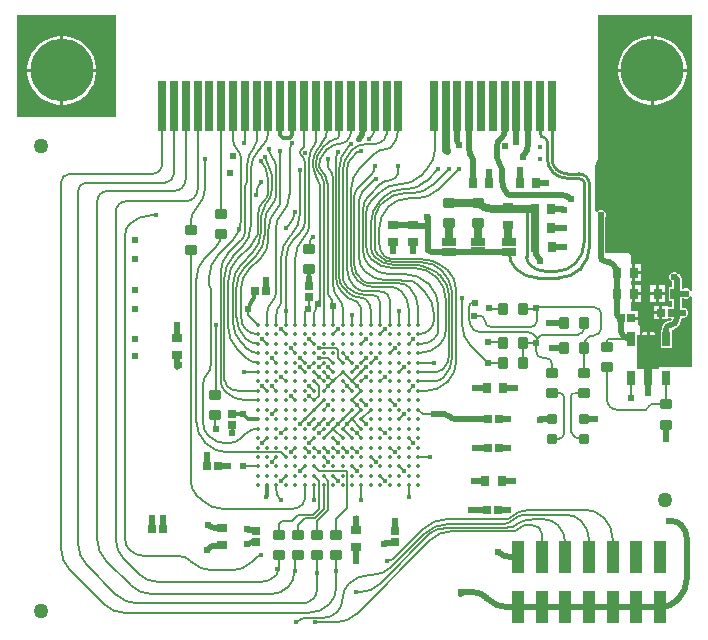
<source format=gtl>
G04*
G04 #@! TF.GenerationSoftware,Altium Limited,Altium Designer,23.2.1 (34)*
G04*
G04 Layer_Physical_Order=1*
G04 Layer_Color=255*
%FSLAX45Y45*%
%MOMM*%
G71*
G04*
G04 #@! TF.SameCoordinates,ADC88703-2645-4175-AC7A-3A7664539AE9*
G04*
G04*
G04 #@! TF.FilePolarity,Positive*
G04*
G01*
G75*
%ADD11C,0.20320*%
%ADD16C,0.63500*%
%ADD17C,0.12700*%
%ADD19R,0.68000X1.20000*%
G04:AMPARAMS|DCode=20|XSize=1mm|YSize=0.9mm|CornerRadius=0.1125mm|HoleSize=0mm|Usage=FLASHONLY|Rotation=270.000|XOffset=0mm|YOffset=0mm|HoleType=Round|Shape=RoundedRectangle|*
%AMROUNDEDRECTD20*
21,1,1.00000,0.67500,0,0,270.0*
21,1,0.77500,0.90000,0,0,270.0*
1,1,0.22500,-0.33750,-0.38750*
1,1,0.22500,-0.33750,0.38750*
1,1,0.22500,0.33750,0.38750*
1,1,0.22500,0.33750,-0.38750*
%
%ADD20ROUNDEDRECTD20*%
G04:AMPARAMS|DCode=21|XSize=1mm|YSize=0.9mm|CornerRadius=0.1125mm|HoleSize=0mm|Usage=FLASHONLY|Rotation=180.000|XOffset=0mm|YOffset=0mm|HoleType=Round|Shape=RoundedRectangle|*
%AMROUNDEDRECTD21*
21,1,1.00000,0.67500,0,0,180.0*
21,1,0.77500,0.90000,0,0,180.0*
1,1,0.22500,-0.38750,0.33750*
1,1,0.22500,0.38750,0.33750*
1,1,0.22500,0.38750,-0.33750*
1,1,0.22500,-0.38750,-0.33750*
%
%ADD21ROUNDEDRECTD21*%
%ADD22R,0.92000X0.64000*%
%ADD23R,0.64000X0.64000*%
%ADD24R,1.00000X2.75000*%
%ADD25C,0.35000*%
%ADD26R,0.64000X0.64000*%
%ADD27R,0.75000X0.95000*%
G04:AMPARAMS|DCode=28|XSize=0.8mm|YSize=0.8mm|CornerRadius=0.1mm|HoleSize=0mm|Usage=FLASHONLY|Rotation=270.000|XOffset=0mm|YOffset=0mm|HoleType=Round|Shape=RoundedRectangle|*
%AMROUNDEDRECTD28*
21,1,0.80000,0.60000,0,0,270.0*
21,1,0.60000,0.80000,0,0,270.0*
1,1,0.20000,-0.30000,-0.30000*
1,1,0.20000,-0.30000,0.30000*
1,1,0.20000,0.30000,0.30000*
1,1,0.20000,0.30000,-0.30000*
%
%ADD28ROUNDEDRECTD28*%
%ADD29R,0.95000X0.75000*%
%ADD51C,0.15240*%
%ADD52C,0.50800*%
%ADD53C,0.25400*%
%ADD54C,0.30480*%
%AMCUSTOMSHAPE55*
4,1,4,-0.34000,-0.60000,-0.34000,3.65000,0.34000,3.65000,0.34000,-0.60000,-0.34000,-0.60000,0.0*%
%ADD55CUSTOMSHAPE55*%

%ADD56R,1.27000X0.63500*%
%ADD57R,0.70000X4.20000*%
%ADD58C,1.27000*%
%ADD59R,0.70000X4.19999*%
%ADD60C,0.17780*%
%ADD61R,1.90000X2.95000*%
%ADD62C,5.30000*%
%ADD63C,0.35560*%
%ADD64C,0.60960*%
%ADD65C,0.40640*%
G36*
X8753198Y10384983D02*
D01*
X8753933D01*
X8755370Y10384697D01*
X8756726Y10384135D01*
X8757945Y10383321D01*
X8758982Y10382284D01*
X8759797Y10381064D01*
X8760358Y10379709D01*
X8760644Y10378273D01*
Y10377539D01*
X8760644Y9520000D01*
X7922556D01*
Y10384983D01*
X8753198Y10384983D01*
D02*
G37*
G36*
X13636343Y8049452D02*
X13623643Y8046925D01*
X13623067Y8048319D01*
X13610919Y8060466D01*
X13595049Y8067040D01*
X13577872D01*
X13562001Y8060466D01*
X13550153Y8062774D01*
Y8143299D01*
X13550571D01*
X13545959Y8166478D01*
X13532829Y8186128D01*
X13522923Y8192748D01*
X13514459Y8201211D01*
X13498589Y8207785D01*
X13481412D01*
X13465541Y8201211D01*
X13453394Y8189065D01*
X13446820Y8173194D01*
Y8156016D01*
X13453394Y8140146D01*
X13465541Y8127999D01*
X13472459Y8125133D01*
Y8081643D01*
X13439799D01*
Y7961243D01*
X13472459D01*
Y7907558D01*
X13431400D01*
Y7920258D01*
X13386700D01*
Y7862858D01*
Y7805458D01*
X13431400D01*
Y7818158D01*
X13455840D01*
X13465269Y7807694D01*
X13464015Y7798924D01*
X13458649Y7795338D01*
X13450148Y7793648D01*
Y7793551D01*
X13447807Y7793085D01*
X13432332Y7791048D01*
X13415730Y7784171D01*
X13401472Y7773232D01*
X13390533Y7758975D01*
X13383656Y7742373D01*
X13381619Y7726897D01*
X13381152Y7724556D01*
Y7711620D01*
X13373300D01*
Y7566220D01*
X13466701D01*
Y7711620D01*
X13476060Y7719159D01*
X13500206Y7729161D01*
X13520940Y7745071D01*
X13536850Y7765805D01*
X13546851Y7789951D01*
X13549007Y7806317D01*
X13555330Y7816398D01*
X13566357Y7818591D01*
X13570322D01*
X13586191Y7825165D01*
X13598338Y7837312D01*
X13604912Y7853182D01*
Y7870360D01*
X13598338Y7886231D01*
X13586191Y7898378D01*
X13570322Y7904951D01*
X13553143D01*
X13550153Y7906949D01*
Y7982596D01*
X13573245D01*
X13577872Y7980680D01*
X13595049D01*
X13610919Y7987254D01*
X13623067Y7999401D01*
X13623643Y8000795D01*
X13636343Y7998268D01*
X13636343Y7400000D01*
X13329898D01*
Y7673920D01*
X13327927Y7683831D01*
X13322311Y7692233D01*
X13313911Y7697846D01*
X13303999Y7699818D01*
X13282700D01*
Y7308920D01*
X13257300D01*
Y7699818D01*
X13236000D01*
X13226089Y7697846D01*
X13217686Y7692233D01*
X13212073Y7683831D01*
X13210539Y7676122D01*
X13197839Y7677373D01*
Y7741920D01*
X13197493Y7745447D01*
X13194794Y7751965D01*
X13189804Y7756953D01*
X13183400Y7759606D01*
Y7803868D01*
X13126001D01*
Y7829268D01*
X13183400D01*
Y7873968D01*
X13125999D01*
Y7948543D01*
X13132152D01*
Y8021443D01*
Y8094343D01*
X13125999D01*
Y8126905D01*
X13130594D01*
Y8199806D01*
Y8272705D01*
X13125999D01*
Y8339416D01*
X13125497Y8344522D01*
X13121588Y8353959D01*
X13114366Y8361181D01*
X13104930Y8365089D01*
X13099823Y8365593D01*
X12903947D01*
Y8667749D01*
X12908279Y8678211D01*
Y8695389D01*
X12901706Y8711259D01*
X12889558Y8723406D01*
X12873689Y8729980D01*
X12856511D01*
X12840640Y8723406D01*
X12832080Y8714846D01*
X12819380Y8719918D01*
Y9112596D01*
X12822249Y9116889D01*
X12825581Y9123648D01*
X12829352Y9130178D01*
X12835168Y9144221D01*
X12837120Y9151502D01*
X12839542Y9158639D01*
X12842506Y9173548D01*
X12842879Y9179197D01*
X12843892Y9184768D01*
X12844266Y9192368D01*
X12844110Y9194260D01*
X12844357Y9196142D01*
X12844357Y10384984D01*
X13636343D01*
Y8049452D01*
D02*
G37*
%LPC*%
G36*
X8325355Y10203140D02*
X8315200D01*
Y9925440D01*
X8592900D01*
Y9935595D01*
X8585749Y9980742D01*
X8571624Y10024215D01*
X8550872Y10064943D01*
X8524005Y10101923D01*
X8491683Y10134244D01*
X8454703Y10161112D01*
X8413975Y10181864D01*
X8370502Y10195989D01*
X8325355Y10203140D01*
D02*
G37*
G36*
X8289800D02*
X8279645D01*
X8234498Y10195989D01*
X8191025Y10181864D01*
X8150297Y10161112D01*
X8113317Y10134244D01*
X8080996Y10101923D01*
X8054128Y10064943D01*
X8033376Y10024215D01*
X8019251Y9980742D01*
X8012100Y9935595D01*
Y9925440D01*
X8289800D01*
Y10203140D01*
D02*
G37*
G36*
X8592900Y9900040D02*
X8315200D01*
Y9622340D01*
X8325355D01*
X8370502Y9629491D01*
X8413975Y9643616D01*
X8454703Y9664368D01*
X8491683Y9691235D01*
X8524005Y9723557D01*
X8550872Y9760537D01*
X8571624Y9801265D01*
X8585749Y9844738D01*
X8592900Y9889885D01*
Y9900040D01*
D02*
G37*
G36*
X8289800D02*
X8012100D01*
Y9889885D01*
X8019251Y9844738D01*
X8033376Y9801265D01*
X8054128Y9760537D01*
X8080996Y9723557D01*
X8113317Y9691235D01*
X8150297Y9664368D01*
X8191025Y9643616D01*
X8234498Y9629491D01*
X8279645Y9622340D01*
X8289800D01*
Y9900040D01*
D02*
G37*
G36*
X13325356Y10203140D02*
X13315199D01*
Y9925440D01*
X13592900D01*
Y9935595D01*
X13585748Y9980742D01*
X13571625Y10024215D01*
X13550871Y10064943D01*
X13524004Y10101923D01*
X13491682Y10134244D01*
X13454703Y10161112D01*
X13413976Y10181864D01*
X13370502Y10195989D01*
X13325356Y10203140D01*
D02*
G37*
G36*
X13289799D02*
X13279645D01*
X13234499Y10195989D01*
X13191025Y10181864D01*
X13150298Y10161112D01*
X13113316Y10134244D01*
X13080995Y10101923D01*
X13054128Y10064943D01*
X13033376Y10024215D01*
X13019250Y9980742D01*
X13012100Y9935595D01*
Y9925440D01*
X13289799D01*
Y10203140D01*
D02*
G37*
G36*
X13592900Y9900040D02*
X13315199D01*
Y9622340D01*
X13325356D01*
X13370502Y9629491D01*
X13413976Y9643616D01*
X13454703Y9664368D01*
X13491682Y9691235D01*
X13524004Y9723557D01*
X13550871Y9760537D01*
X13571625Y9801265D01*
X13585748Y9844738D01*
X13592900Y9889885D01*
Y9900040D01*
D02*
G37*
G36*
X13289799D02*
X13012100D01*
Y9889885D01*
X13019250Y9844738D01*
X13033376Y9801265D01*
X13054128Y9760537D01*
X13080995Y9723557D01*
X13113316Y9691235D01*
X13150298Y9664368D01*
X13191025Y9643616D01*
X13234499Y9629491D01*
X13279645Y9622340D01*
X13289799D01*
Y9900040D01*
D02*
G37*
G36*
X13206194Y8272705D02*
X13155994D01*
Y8212506D01*
X13206194D01*
Y8272705D01*
D02*
G37*
G36*
Y8187106D02*
X13155994D01*
Y8126905D01*
X13206194D01*
Y8187106D01*
D02*
G37*
G36*
X13412900Y8094343D02*
X13362700D01*
Y8034143D01*
X13412900D01*
Y8094343D01*
D02*
G37*
G36*
X13337300D02*
X13287100D01*
Y8034143D01*
X13337300D01*
Y8094343D01*
D02*
G37*
G36*
X13207751D02*
X13157552D01*
Y8034143D01*
X13207751D01*
Y8094343D01*
D02*
G37*
G36*
X13412900Y8008743D02*
X13362700D01*
Y7948543D01*
X13412900D01*
Y8008743D01*
D02*
G37*
G36*
X13337300D02*
X13287100D01*
Y7948543D01*
X13337300D01*
Y8008743D01*
D02*
G37*
G36*
X13207751Y8008743D02*
X13157552D01*
Y7948543D01*
X13207751D01*
Y8008743D01*
D02*
G37*
G36*
X13361301Y7920258D02*
X13316600D01*
Y7875558D01*
X13361301D01*
Y7920258D01*
D02*
G37*
G36*
Y7850158D02*
X13316600D01*
Y7805458D01*
X13361301D01*
Y7850158D01*
D02*
G37*
%LPD*%
D11*
X10391140Y7896570D02*
G03*
X10393680Y7902702I-6132J6132D01*
G01*
X11914000Y7610000D02*
G03*
X11932930Y7602159I18930J18930D01*
G01*
X10391140Y7893263D02*
G03*
X10360000Y7862123I0J-31140D01*
G01*
X12929990Y7638920D02*
G03*
X12920000Y7628930I0J-9990D01*
G01*
X13295000Y7085000D02*
G03*
X13270000Y7060000I0J-25000D01*
G01*
X13250000Y7040000D02*
G03*
X13270000Y7060000I0J20000D01*
G01*
X12920000Y7123294D02*
G03*
X13003294Y7040000I83294J0D01*
G01*
X11920000Y7898282D02*
G03*
X11924133Y7896570I4133J4133D01*
G01*
X10393680Y7902702D02*
Y7991760D01*
X10391140Y7893263D02*
Y7896570D01*
X10520000Y7040000D02*
X10560000Y7080000D01*
X10360000Y7760000D02*
Y7862123D01*
X12929990Y7638920D02*
X13120000D01*
X12920000Y7567840D02*
Y7628930D01*
X13295000Y7085000D02*
X13420000D01*
Y7308920D01*
X13003294Y7040000D02*
X13250000D01*
X12920000Y7123294D02*
Y7397840D01*
X13120000Y7142297D02*
Y7308920D01*
X10000065Y7639935D02*
Y7639989D01*
Y7639935D02*
X10040000Y7600000D01*
X10760000Y7360000D02*
X10800000Y7400000D01*
X10760000Y7360000D02*
X10760000D01*
X11924133Y7896570D02*
X12035000D01*
X9836123Y6560000D02*
X9960000D01*
X10000036Y6760065D02*
X10000065D01*
X10040000Y6800000D01*
X10080000Y7000000D02*
X10120000Y7040000D01*
X9846780Y7360000D02*
X9960000D01*
X11160000Y7760000D02*
Y7880000D01*
X11320000Y6640000D02*
X11419840D01*
X11239500Y6301740D02*
X11240000Y6302240D01*
Y6400000D01*
X10440000Y6880000D02*
X10480000Y6920000D01*
X10440000Y6880000D02*
X10440000D01*
X10480000Y6920000D02*
X10520000Y6960000D01*
X10480000Y6840000D02*
X10520000Y6880000D01*
X10680000D02*
X10720000Y6920000D01*
X10800000Y6840000D02*
X10840000Y6800000D01*
X10760000Y6880000D02*
X10800000Y6840000D01*
X10680000Y7280000D02*
Y7280000D01*
Y7280000D02*
X10720000Y7240000D01*
X10760000Y7200000D01*
X10440000Y7360000D02*
X10480000Y7320000D01*
X10800000Y7240000D02*
X10840000Y7200000D01*
X10760000Y7280000D02*
X10800000Y7240000D01*
X10560000Y7240000D02*
X10600000Y7280000D01*
X10520000Y7200000D02*
X10560000Y7240000D01*
Y7320000D02*
X10600000Y7280000D01*
X10520000Y7360000D02*
X10560000Y7320000D01*
X10600000Y6800000D02*
X10640000Y6760000D01*
X10600000Y6800000D02*
Y6800000D01*
Y6880000D02*
X10680000Y6800000D01*
X10600000Y6880000D02*
Y6880000D01*
X10160000Y7320000D02*
X10200000Y7280000D01*
X10240000Y7560000D02*
X10280000Y7520000D01*
X10600000Y7680000D02*
Y7680000D01*
X10640000Y7720000D01*
X10840000Y7600000D02*
X10880000Y7640000D01*
X10840000Y7600000D02*
X10840000D01*
X11320000Y7440000D02*
X11452500D01*
X11160000Y6960000D02*
X11200000Y7000000D01*
X11240000Y7200000D02*
X11280000Y7240000D01*
X11240000Y7200000D02*
X11240000D01*
X11000000Y7280000D02*
X11040000Y7320000D01*
X11000000Y7280000D02*
X11000000D01*
X11080000Y7520000D02*
X11120000Y7560000D01*
X11080000Y7520000D02*
X11080000D01*
X10440000Y6280000D02*
Y6400000D01*
X10160000Y6440000D02*
X10200000Y6480000D01*
Y6480000D01*
X10240000Y6680000D02*
X10280000Y6720000D01*
Y6720000D01*
X10600000Y7360000D02*
X10600000D01*
X10560000Y7400000D02*
X10600000Y7360000D01*
X10520000Y7360000D02*
Y7360000D01*
X10400000Y7240000D02*
X10440000Y7200000D01*
X10480000Y7320000D02*
X10520000Y7280000D01*
X10840000Y7360000D02*
X10880000Y7400000D01*
X10880000D01*
X10840000Y7280000D02*
X10840000D01*
X10880000Y7320000D01*
X10680000Y7360000D02*
X10760000Y7280000D01*
X10600000D02*
X10680000Y7360000D01*
X10520000Y7200000D02*
Y7200000D01*
X10440000Y7040000D02*
X10520000Y7120000D01*
X10360000Y6960000D02*
X10440000Y7040000D01*
X10320000Y6920000D02*
X10360000Y6960000D01*
Y6960000D01*
X11080000Y6720000D02*
X11120000Y6680000D01*
X11000000Y6480000D02*
X11040000Y6440000D01*
X10760000Y6560000D02*
Y6560000D01*
Y6560000D02*
X10800000Y6520000D01*
X10520000Y6640000D02*
X10560000Y6600000D01*
X10520000Y6640000D02*
Y6640000D01*
Y6800000D02*
X10600000Y6880000D01*
X10640000Y6920000D02*
X10760000Y7040000D01*
X10600000Y6880000D02*
X10640000Y6920000D01*
X10640000D01*
X10680000Y6880000D02*
X10760000Y6800000D01*
X10680000Y6880000D02*
X10680000D01*
X10720000Y6920000D02*
X10760000Y6960000D01*
X10840000Y6800000D02*
Y6800000D01*
Y6960000D02*
X10920000Y7040000D01*
X10840000Y6960000D02*
X10880000Y6920000D01*
X10760000Y6960000D02*
X10840000Y6880000D01*
X10760000Y6960000D02*
Y6960000D01*
X10840000Y7040000D01*
X10760000Y7040000D02*
Y7040000D01*
X10840000Y7120000D02*
X10880000Y7080000D01*
X10760000Y7120000D02*
Y7120000D01*
Y7120000D02*
X10800000Y7080000D01*
X10760000Y7200000D02*
X10760000D01*
X10800000Y7080000D02*
X10840000Y7040000D01*
X10760000Y7280000D02*
X10840000Y7360000D01*
Y7360000D01*
X10760000Y7280000D02*
Y7280000D01*
Y7120000D02*
X10840000Y7200000D01*
D16*
X12305229Y8431254D02*
G03*
X12309481Y8420990I14515J0D01*
G01*
X12290809Y8745888D02*
G03*
X12288809Y8743888I0J-2000D01*
G01*
X11577320Y8460417D02*
G03*
X11579333Y8465276I-4859J4859D01*
G01*
X11825317Y8618505D02*
G03*
X11823868Y8622006I-4950J0D01*
G01*
X12079036Y8487677D02*
G03*
X12090328Y8460417I38552J0D01*
G01*
X11823868Y8792006D02*
G03*
X11950917Y8739380I127050J127050D01*
G01*
X11584000Y8792006D02*
G03*
X11579333Y8790072I0J-6601D01*
G01*
X11552500Y9242294D02*
G03*
X11564950Y9229844I12450J0D01*
G01*
X12305229Y8431254D02*
Y8739380D01*
X11950917D02*
X12238288D01*
X12305229D01*
X11579333Y8465276D02*
Y8620072D01*
X11825317Y8463009D02*
Y8618505D01*
X12079036Y8487677D02*
Y8607507D01*
X11584000Y8792006D02*
X11823868D01*
X11552500Y9242294D02*
Y9612740D01*
D17*
X11882499Y7798849D02*
G03*
X11847551Y7833797I-34948J0D01*
G01*
X9747785Y8472662D02*
G03*
X9822180Y8652267I-179605J179605D01*
G01*
X10226315Y8605354D02*
G03*
X10273121Y8718353I-113000J113000D01*
G01*
X10321376Y8707188D02*
G03*
X10322650Y8718727I-48255J11166D01*
G01*
X10320327Y8702653D02*
G03*
X10320000Y8699790I12374J-2863D01*
G01*
X10465193Y8994806D02*
G03*
X10467984Y8990461I11860J4546D01*
G01*
X10480000Y9102211D02*
G03*
X10482357Y9094831I12701J-11D01*
G01*
X10508311Y9254549D02*
G03*
X10452502Y9119814I134736J-134736D01*
G01*
X10463780Y9240212D02*
G03*
X10427102Y9119814I179266J-120398D01*
G01*
X10541929Y9000059D02*
G03*
X10526426Y9032977I-98780J-26414D01*
G01*
X10427102Y9119814D02*
G03*
X10436275Y9070251I138477J0D01*
G01*
X10530093Y9222991D02*
G03*
X10480000Y9102212I120935J-120935D01*
G01*
X10485622Y8947935D02*
G03*
X10468024Y8990420I-60082J0D01*
G01*
X10352502Y9162101D02*
G03*
X10360000Y9144000I25598J0D01*
G01*
X10452502Y9119814D02*
G03*
X10485622Y9039856I113077J0D01*
G01*
X11320000Y7896570D02*
G03*
X11245605Y8076175I-254000J0D01*
G01*
X11641165Y7988787D02*
G03*
X11641142Y7987137I49506J-1534D01*
G01*
X11053297Y8300687D02*
G03*
X11112873Y8291741I59299J192062D01*
G01*
X11387673Y7200000D02*
G03*
X11567279Y7274395I0J254000D01*
G01*
X11080426Y8982786D02*
G03*
X10996289Y8947935I0J-118989D01*
G01*
X11492266Y7913709D02*
G03*
X11417871Y8093314I-254000J0D01*
G01*
X10797552Y8188738D02*
G03*
X10799613Y8185969I11125J6127D01*
G01*
X11060358Y8325209D02*
G03*
X11062992Y8324331I5309J11538D01*
G01*
X11163330Y8317142D02*
G03*
X11163536Y8317140I207J12699D01*
G01*
X11307410Y8105670D02*
G03*
X11239500Y8133799I-67910J-67910D01*
G01*
X11452500Y7855370D02*
G03*
X11378105Y8034975I-254000J0D01*
G01*
X11373282Y8284962D02*
G03*
X11312115Y8291740I-61168J-272622D01*
G01*
X11552500Y7980758D02*
G03*
X11478105Y8160364I-254000J0D01*
G01*
X11399611Y8111574D02*
G03*
X11220006Y8185969I-179605J-179605D01*
G01*
X11609400Y7994454D02*
G03*
X11600561Y8064176I-279400J0D01*
G01*
X10921807Y9027987D02*
G03*
X10952501Y9102089I-74102J74102D01*
G01*
X11584000Y7994454D02*
G03*
X11509606Y8174059I-254000J0D01*
G01*
X11463817Y7651316D02*
G03*
X11492266Y7720000I-68684J68684D01*
G01*
X11051475Y8301331D02*
G03*
X11052777Y8300848I5065J11647D01*
G01*
X11314681Y8266078D02*
G03*
X11312115Y8266340I-2568J-12438D01*
G01*
X10902634Y8110384D02*
G03*
X10907690Y8110220I5057J77885D01*
G01*
X11568530Y7275646D02*
G03*
X11642925Y7455252I-179605J179605D01*
G01*
X11355932Y7600000D02*
G03*
X11452500Y7640000I0J136568D01*
G01*
X11642919Y8045381D02*
G03*
X11642925Y8045774I-12695J393D01*
G01*
X11088439Y8318848D02*
G03*
X11090857Y8318566I2675J12416D01*
G01*
X11032292Y8340943D02*
G03*
X11060259Y8325256I123761J187862D01*
G01*
X11690672Y7761671D02*
G03*
X11765066Y7582066I254000J0D01*
G01*
X10600000Y7915773D02*
G03*
X10560000Y8012341I-136568J0D01*
G01*
X12328025Y7638920D02*
G03*
X12321053Y7655754I-23806J0D01*
G01*
X12308546Y7668260D02*
G03*
X12232359Y7699818I-76187J-76187D01*
G01*
X11788469Y7717978D02*
G03*
X11832313Y7699818I43844J43844D01*
G01*
X11752499Y7804816D02*
G03*
X11788469Y7717978I122807J0D01*
G01*
X11308144Y8830174D02*
G03*
X11487749Y8904569I0J254000D01*
G01*
X11241455Y8830174D02*
G03*
X11066020Y8757506I0J-248104D01*
G01*
D02*
G03*
X10991625Y8577901I179605J-179605D01*
G01*
Y8439123D02*
G03*
X11032292Y8340943I138847J0D01*
G01*
X11490733Y8275191D02*
G03*
X11492986Y8274046I6852J10694D01*
G01*
X11490732Y8275192D02*
G03*
X11380330Y8309644I-115421J-175751D01*
G01*
X11378069Y8309919D02*
G03*
X11312115Y8317140I-65955J-297579D01*
G01*
X11568530Y8225380D02*
G03*
X11492986Y8274046I-150228J-150228D01*
G01*
X11642925Y8045774D02*
G03*
X11568530Y8225380I-254000J0D01*
G01*
X11378069Y8309919D02*
G03*
X11380330Y8309644I2655J12420D01*
G01*
X11451492Y7280000D02*
G03*
X11535006Y7314593I0J118106D01*
G01*
D02*
G03*
X11609400Y7494198I-179605J179605D01*
G01*
X11600337Y8065284D02*
G03*
X11528713Y8207475I-251229J-37414D01*
G01*
X11600337Y8065284D02*
G03*
X11600561Y8064176I12547J1967D01*
G01*
X11506029Y8230159D02*
G03*
X11375311Y8284304I-130718J-130718D01*
G01*
X11491755Y8191908D02*
G03*
X11489407Y8193722I-8886J-9075D01*
G01*
X11438366Y8224369D02*
G03*
X11350481Y8258685I-144108J-239369D01*
G01*
X11375311Y8284304D02*
G03*
X11373282Y8284962I-4919J-11709D01*
G01*
X10979019Y8351771D02*
G03*
X11051360Y8301381I177034J177034D01*
G01*
X10953326Y8413801D02*
G03*
X10979019Y8351771I87724J0D01*
G01*
X10992620Y8763156D02*
G03*
X10992251Y8762690I9770J-8114D01*
G01*
D02*
G03*
X10953634Y8680261I183556J-136254D01*
G01*
X10953598Y8680090D02*
G03*
X10953326Y8677828I12423J-2641D01*
G01*
X11201874Y8872443D02*
G03*
X11031220Y8801756I0J-241341D01*
G01*
X10996202Y8806041D02*
G03*
X10921807Y8626436I179605J-179605D01*
G01*
X11178540Y8906180D02*
G03*
X11038217Y8848056I0J-198447D01*
G01*
X11264053Y8872443D02*
G03*
X11443658Y8946838I0J254000D01*
G01*
X11477620Y7360000D02*
G03*
X11529333Y7381420I0J73132D01*
G01*
X11112756Y8266340D02*
G03*
X11112596Y8266341I-161J-12700D01*
G01*
X10952501Y8332654D02*
G03*
X11112596Y8266341I160094J160094D01*
G01*
X11529333Y7381420D02*
G03*
X11584000Y7513400I-131980J131980D01*
G01*
X11473864Y8164605D02*
G03*
X11294258Y8239000I-179605J-179605D01*
G01*
X9989123Y5809754D02*
G03*
X9960896Y5798062I0J-39919D01*
G01*
X9737624Y5680000D02*
G03*
X9917229Y5754395I0J254000D01*
G01*
X9398525D02*
G03*
X9578130Y5680000I179605J179605D01*
G01*
X9392920Y5760000D02*
G03*
X9296351Y5800000I-96569J-96569D01*
G01*
X8873440Y5855838D02*
G03*
X9008244Y5800000I134804J134804D01*
G01*
X8840000Y5936568D02*
G03*
X8873440Y5855838I114170J0D01*
G01*
X11751064Y7856993D02*
G03*
X11752499Y7862777I-11265J5865D01*
G01*
Y7804816D02*
G03*
X11751056Y7810617I-12700J-80D01*
G01*
X11783394Y7946668D02*
G03*
X11752499Y7915773I0J-30895D01*
G01*
X11751064Y7856993D02*
G03*
X11751056Y7810617I43763J-23196D01*
G01*
X12328312Y7889970D02*
G03*
X12320000Y7898282I-8312J0D01*
G01*
X12328312Y7906593D02*
G03*
X12320000Y7898282I0J-8312D01*
G01*
X12266031Y7736568D02*
G03*
X12328312Y7798849I0J62280D01*
G01*
X11882499D02*
G03*
X11944779Y7736568I62280J0D01*
G01*
X12650605Y7184395D02*
G03*
X12611165Y7144954I0J-39441D01*
G01*
Y6880000D02*
G03*
X12696165Y6795000I85000J0D01*
G01*
X12555000Y7142297D02*
G03*
X12512902Y7184395I-42098J0D01*
G01*
X12510000Y6795000D02*
G03*
X12555000Y6840000I0J45000D01*
G01*
X12870000Y7850893D02*
G03*
X12814301Y7906593I-55700J0D01*
G01*
X12806680Y7668260D02*
G03*
X12870000Y7731580I0J63320D01*
G01*
X12806680Y7668260D02*
G03*
X12725000Y7586580I0J-81680D01*
G01*
X12720000Y7354395D02*
G03*
X12725000Y7359395I0J5000D01*
G01*
X10354395Y8501500D02*
G03*
X10400000Y8611601I-110101J110101D01*
G01*
X10327914Y8548974D02*
G03*
X10360000Y8626436I-77462J77462D01*
G01*
X10354395Y8501500D02*
G03*
X10280000Y8321895I179605J-179605D01*
G01*
X10274395Y8495455D02*
G03*
X10200000Y8315850I179605J-179605D01*
G01*
X10880000Y9289185D02*
G03*
X10760409Y9239649I0J-169126D01*
G01*
X10805361Y9219719D02*
G03*
X10805337Y9219696I29056J-29103D01*
G01*
X11058397Y8015878D02*
G03*
X10996202Y8041640I-62195J-62195D01*
G01*
X10834417Y9231741D02*
G03*
X10805361Y9219719I0J-41124D01*
G01*
X10044574Y9010131D02*
G03*
X9989123Y9144000I-189320J0D01*
G01*
X10120000Y6359062D02*
G03*
X10155132Y6274247I119946J0D01*
G01*
X8877026Y8612166D02*
G03*
X8840000Y8522777I89389J-89389D01*
G01*
X9056631Y8686561D02*
G03*
X8877026Y8612166I0J-254000D01*
G01*
X9989021Y8965805D02*
G03*
X9950350Y8872443I93362J-93362D01*
G01*
X10865861Y8122460D02*
G03*
X10901183Y8110580I64481J133262D01*
G01*
X10777901Y8266341D02*
G03*
X10797552Y8188738I163060J0D01*
G01*
X10901183Y8110580D02*
G03*
X10902634Y8110385I2418J12468D01*
G01*
X9596649Y6894122D02*
G03*
X9602498Y6880000I19971J0D01*
G01*
X9626894Y8351771D02*
G03*
X9552499Y8172166I179605J-179605D01*
G01*
X9563631Y8066438D02*
G03*
X9552499Y8093314I-38008J0D01*
G01*
X9530600Y7336568D02*
G03*
X9500649Y7264260I72308J-72308D01*
G01*
Y6921081D02*
G03*
X9542187Y6820798I141821J0D01*
G01*
D02*
G03*
X9702499Y6754395I160312J160312D01*
G01*
D02*
G03*
X9831137Y6807679I0J181922D01*
G01*
X9960000Y6880000D02*
G03*
X9863478Y6840020I0J-136502D01*
G01*
X9530600Y7336568D02*
G03*
X9563631Y7416313I-79745J79745D01*
G01*
X9596649Y7165000D02*
G03*
X9604921Y7184971I-19971J19971D01*
G01*
X9602498Y7240000D02*
G03*
X9604921Y7245849I-5849J5849D01*
G01*
X10034304Y8830174D02*
G03*
X10042003Y8843862I-106099J68694D01*
G01*
X9781540Y7827118D02*
G03*
X9855935Y7647513I254000J0D01*
G01*
X10031529Y8826962D02*
G03*
X10033248Y8828781I-31493J31493D01*
G01*
X9752498Y7781764D02*
G03*
X9826893Y7602159I254000J0D01*
G01*
X10042677Y8845597D02*
G03*
X10044574Y8858455I-42641J12858D01*
G01*
X10042003Y8843862D02*
G03*
X10042677Y8845597I-11470J5454D01*
G01*
X10033319Y8828864D02*
G03*
X10034304Y8830174I-9639J8269D01*
G01*
X11000000Y7943877D02*
G03*
X10979246Y7993982I-70860J0D01*
G01*
X11080000Y7968726D02*
G03*
X11061934Y8012341I-61681J0D01*
G01*
X10463432Y7915773D02*
G03*
X10440000Y7859203I56569J-56569D01*
G01*
X10463432Y7915773D02*
G03*
X10485622Y7969344I-53571J53571D01*
G01*
X10524473Y7932684D02*
G03*
X10524489Y7934181I-49513J1283D01*
G01*
X10520000Y8973645D02*
G03*
X10520000Y8973590I12701J0D01*
G01*
X11505995Y7594395D02*
G03*
X11552500Y7706668I-112273J112273D01*
G01*
X11419840Y7720000D02*
G03*
X11452500Y7798849I-78848J78848D01*
G01*
X11323272Y7680000D02*
G03*
X11419840Y7720000I0J136568D01*
G01*
X11326390Y7520000D02*
G03*
X11505995Y7594395I0J254000D01*
G01*
X9752498Y9328830D02*
G03*
X9787355Y9244679I119007J0D01*
G01*
X9822180Y9160603D02*
G03*
X9787355Y9244679I-118901J0D01*
G01*
X9712960Y8365593D02*
G03*
X9648576Y8210156I155437J-155437D01*
G01*
X9861295Y8947935D02*
G03*
X9852498Y8926697I21238J-21238D01*
G01*
X9648576Y7283791D02*
G03*
X9685605Y7194395I126424J0D01*
G01*
D02*
G03*
X9865210Y7120000I179605J179605D01*
G01*
X9861295Y8947935D02*
G03*
X9873748Y8977998I-30063J30063D01*
G01*
X9824167Y8476799D02*
G03*
X9852498Y8545198I-68399J68399D01*
G01*
X9702499Y7240000D02*
G03*
X9799067Y7200000I96568J96568D01*
G01*
X9754395Y8339916D02*
G03*
X9680000Y8160311I179605J-179605D01*
G01*
Y7294317D02*
G03*
X9702499Y7240000I76816J0D01*
G01*
X9828181Y8413703D02*
G03*
X9902576Y8593308I-179605J179605D01*
G01*
X9976971Y9248444D02*
G03*
X9902576Y9068839I179605J-179605D01*
G01*
X9928204Y9254549D02*
G03*
X9873748Y9123080I131469J-131469D01*
G01*
X9928204Y9254549D02*
G03*
X9952498Y9313200I-58650J58650D01*
G01*
X10080000Y9021018D02*
G03*
X10079336Y9025069I-12701J0D01*
G01*
X10035520Y8791512D02*
G03*
X10032840Y8787467I9053J-8908D01*
G01*
X9990082Y8684313D02*
G03*
X9989123Y8679472I11742J-4841D01*
G01*
X10120000Y9084202D02*
G03*
X10080000Y9180771I-136569J0D01*
G01*
X10059673Y9229844D02*
G03*
X10080000Y9180771I69399J0D01*
G01*
X10000000Y9271473D02*
G03*
X10052498Y9398214I-126741J126741D01*
G01*
X10344718Y9253322D02*
G03*
X10344681Y9180771I15282J-36283D01*
G01*
X10344718Y9253322D02*
G03*
X10352415Y9264849I-5003J11673D01*
G01*
X10640000Y9219719D02*
G03*
X10624820Y9183073I36647J-36647D01*
G01*
X9965154Y8702365D02*
G03*
X9963723Y8679472I182447J-22894D01*
G01*
X10006323Y8801756D02*
G03*
X9965154Y8702366I99391J-99391D01*
G01*
X10035564Y8791556D02*
G03*
X10080000Y8898868I-107360J107312D01*
G01*
X9962361Y8524037D02*
G03*
X9963009Y8527137I-12011J4126D01*
G01*
X9902576Y8429332D02*
G03*
X9962343Y8523983I-179605J179605D01*
G01*
X9787355Y8314111D02*
G03*
X9712960Y8134505I179605J-179605D01*
G01*
Y7733791D02*
G03*
X9787355Y7554186I254000J0D01*
G01*
X9963009Y8527137D02*
G03*
X9963723Y8545198I-227885J18061D01*
G01*
X9860203Y7481338D02*
G03*
X9960000Y7440000I99797J99797D01*
G01*
X9914728Y8365593D02*
G03*
X9989123Y8545198I-179605J179605D01*
G01*
X9826893Y8277758D02*
G03*
X9752498Y8098153I179605J-179605D01*
G01*
X9873027Y7556025D02*
G03*
X9960000Y7520000I86973J86973D01*
G01*
X10080000Y8771487D02*
G03*
X10019590Y8625645I145842J-145842D01*
G01*
X10080000Y8771487D02*
G03*
X10120000Y8868056I-96569J96569D01*
G01*
X9945195Y8342004D02*
G03*
X10019590Y8521609I-179605J179605D01*
G01*
X9855935Y8252743D02*
G03*
X9781540Y8073138I179605J-179605D01*
G01*
X9863459Y7639989D02*
G03*
X9960000Y7600000I96541J96541D01*
G01*
X10126893Y8745888D02*
G03*
X10052498Y8566283I179605J-179605D01*
G01*
X10126893Y8745888D02*
G03*
X10152503Y8807716I-61828J61828D01*
G01*
X9989123Y8328060D02*
G03*
X10052498Y8481060I-153000J153000D01*
G01*
X9880000Y8218937D02*
G03*
X9822180Y8079347I139590J-139590D01*
G01*
Y7815318D02*
G03*
X9861295Y7720885I133549J0D01*
G01*
D02*
G03*
X9960000Y7680000I98704J98704D01*
G01*
X10252502Y9296400D02*
G03*
X10230971Y9244418I51982J-51982D01*
G01*
X10156576Y8687053D02*
G03*
X10230971Y8866659I-179605J179605D01*
G01*
X10152492Y8682969D02*
G03*
X10120000Y8604512I78479J-78457D01*
G01*
X10080000Y7950433D02*
G03*
X10040000Y7853864I96568J-96568D01*
G01*
X10080000Y7950433D02*
G03*
X10120000Y8047002I-96569J96569D01*
G01*
X10152503Y7926571D02*
G03*
X10120000Y7848103I78468J-78468D01*
G01*
X10152503Y7926571D02*
G03*
X10160000Y7944671I-18100J18100D01*
G01*
X10245605Y8520184D02*
G03*
X10320000Y8699790I-179605J179605D01*
G01*
X10234395Y8508974D02*
G03*
X10160000Y8329369I179605J-179605D01*
G01*
X10352502Y9169125D02*
G03*
X10344681Y9180771I-12700J-80D01*
G01*
X10440000Y9278582D02*
G03*
X10400000Y9182014I96568J-96568D01*
G01*
X10440000Y9278582D02*
G03*
X10452502Y9308765I-30183J30183D01*
G01*
X10495904Y9287597D02*
G03*
X10494306Y9285663I8946J-9015D01*
G01*
X10495904Y9287597D02*
G03*
X10552502Y9424286I-136757J136688D01*
G01*
X10600000Y9324340D02*
G03*
X10562617Y9308856I0J-52867D01*
G01*
X10642859Y9342093D02*
G03*
X10652502Y9365371I-23279J23279D01*
G01*
X10600000Y9324340D02*
G03*
X10642859Y9342093I0J60612D01*
G01*
X10520000Y8973645D02*
G03*
X10497491Y9027987I-76850J0D01*
G01*
X10676646Y9296400D02*
G03*
X10551781Y9244679I0J-176586D01*
G01*
X10552502Y8958854D02*
G03*
X10552071Y8962134I-12701J0D01*
G01*
X10676646Y9296400D02*
G03*
X10714732Y9312176I0J53862D01*
G01*
X10552502Y8030443D02*
G03*
X10560000Y8012341I25600J0D01*
G01*
X10714732Y9312176D02*
G03*
X10752501Y9403358I-91182J91182D01*
G01*
X10552502Y9106883D02*
G03*
X10560000Y9088781I25600J0D01*
G01*
X10599420Y8993612D02*
G03*
X10560000Y9088781I-134589J0D01*
G01*
X10599973Y8144947D02*
G03*
X10599973Y8144949I-12673J-828D01*
G01*
X10600000Y8144199D02*
G03*
X10599973Y8144947I-12700J-80D01*
G01*
X10599420Y8160364D02*
G03*
X10599973Y8144949I215117J0D01*
G01*
X10600000Y8099731D02*
G03*
X10652502Y7972980I179252J0D01*
G01*
X10680000Y7906593D02*
G03*
X10652502Y7972980I-93885J0D01*
G01*
X10624820Y8160364D02*
G03*
X10680387Y8026213I189717J0D01*
G01*
X10792816Y7959387D02*
G03*
X10760000Y7972980I-32816J-32816D01*
G01*
X10714967Y7991633D02*
G03*
X10760000Y7972980I45033J45033D01*
G01*
X10840000Y7867905D02*
G03*
X10808677Y7943526I-106944J0D01*
G01*
X10726897Y9263580D02*
G03*
X10652502Y9083974I179605J-179605D01*
G01*
Y8156103D02*
G03*
X10689575Y8066601I126575J0D01*
G01*
X10714743Y8041432D02*
G03*
X10850981Y7985000I136238J136238D01*
G01*
X10880000Y7972980D02*
G03*
X10850981Y7985000I-29019J-29019D01*
G01*
X10920000Y7876412D02*
G03*
X10880000Y7972980I-136568J0D01*
G01*
X10752501Y9231741D02*
G03*
X10680000Y9056708I175033J-175033D01*
G01*
X10720000Y8076175D02*
G03*
X10874108Y8012341I154108J154108D01*
G01*
X10680000Y8172743D02*
G03*
X10720000Y8076175I136567J0D01*
G01*
X10946347Y9289185D02*
G03*
X11031220Y9324340I0J120028D01*
G01*
X10979019Y7994209D02*
G03*
X10935244Y8012341I-43776J-43776D01*
G01*
X11031220Y9324340D02*
G03*
X11052501Y9375717I-51377J51377D01*
G01*
X11058397Y9248140D02*
G03*
X11087420Y9260162I0J41045D01*
G01*
X11058397Y9248140D02*
G03*
X10935244Y9197128I0J-174166D01*
G01*
X10826896Y9088781D02*
G03*
X10752501Y8909176I179605J-179605D01*
G01*
X11087420Y9260162D02*
G03*
X11152501Y9417280I-157118J157118D01*
G01*
X10960000Y8992540D02*
G03*
X10953103Y8989683I0J-9754D01*
G01*
X10752501Y9166860D02*
G03*
X10720000Y9088394I78466J-78466D01*
G01*
Y8222067D02*
G03*
X10777901Y8082280I197688J0D01*
G01*
D02*
G03*
X10876015Y8041640I98114J98114D01*
G01*
X10921807Y8406756D02*
G03*
X10952501Y8332654I104795J0D01*
G01*
X11212736Y8906180D02*
G03*
X11392341Y8980575I0J254000D01*
G01*
X11463817Y9585419D02*
G03*
X11452500Y9612740I-38638J0D01*
G01*
X11389422Y9070311D02*
G03*
X11463817Y9249916I-179605J179605D01*
G01*
X11161836Y8947935D02*
G03*
X11341442Y9022330I0J254000D01*
G01*
X11152172Y8947935D02*
G03*
X11000906Y8885279I0J-213923D01*
G01*
X10921807Y8806180D02*
G03*
X10880000Y8705249I100931J-100931D01*
G01*
Y8421060D02*
G03*
X10924102Y8314588I150575J0D01*
G01*
X10925295Y8313395D02*
G03*
X11104901Y8239000I179605J179605D01*
G01*
X11080426Y8982786D02*
G03*
X11125742Y9001557I0J64086D01*
G01*
D02*
G03*
X11152172Y9065365I-63808J63808D01*
G01*
X10901183Y8852829D02*
G03*
X10853350Y8737352I115478J-115478D01*
G01*
Y8390273D02*
G03*
X10907161Y8260363I183719J0D01*
G01*
D02*
G03*
X11086766Y8185969I179605J179605D01*
G01*
X11185185Y8133937D02*
G03*
X11186968Y8133799I1864J12563D01*
G01*
X11185185Y8133937D02*
G03*
X11163413Y8135620I-21772J-139954D01*
G01*
X11245605Y8076175D02*
G03*
X11163413Y8110220I-82192J-82192D01*
G01*
X10846289Y8882869D02*
G03*
X10822940Y8826500I56369J-56369D01*
G01*
D02*
G03*
X10818186Y8815023I11477J-11477D01*
G01*
X10800000Y8906180D02*
G03*
X10777901Y8852829I53350J-53350D01*
G01*
X10818186Y8332654D02*
G03*
X10868985Y8210015I173439J0D01*
G01*
D02*
G03*
X11048590Y8135620I179605J179605D01*
G01*
X10864695Y8123130D02*
G03*
X10865862Y8122461I6890J10669D01*
G01*
X10852501Y8133080D02*
G03*
X10864695Y8123130I55189J55189D01*
G01*
X11240000Y7893263D02*
G03*
X11178540Y8041640I-209837J0D01*
G01*
D02*
G03*
X11080426Y8082280I-98114J-98114D01*
G01*
X10752501Y8266341D02*
G03*
X10807700Y8133080I188460J0D01*
G01*
D02*
G03*
X10930342Y8082280I122642J122642D01*
G01*
X11794827Y7833797D02*
X11847551D01*
X11690672Y7761671D02*
Y7987254D01*
X10200000Y8579039D02*
X10226315Y8605354D01*
X10320327Y8702653D02*
X10321376Y8707188D01*
X10320000Y9070311D02*
X10322650Y8718727D01*
X10436275Y9070251D02*
X10465193Y8994806D01*
X10467983Y8990461D02*
X10468024Y8990420D01*
X10360000Y8626436D02*
Y9144000D01*
X10541929Y9000059D02*
X10552071Y8962134D01*
X10508311Y9254549D02*
X10562617Y9308856D01*
X10400000Y8611601D02*
Y9182014D01*
X10480000Y9102211D02*
X10480000Y9102212D01*
X10482357Y9094831D02*
X10526426Y9032977D01*
X10463780Y9240212D02*
X10494306Y9285663D01*
X10485622Y9039856D02*
X10497491Y9027987D01*
X10530093Y9222991D02*
X10551781Y9244679D01*
X10200000Y7760000D02*
Y7880000D01*
X11552500Y7706668D02*
Y7980758D01*
X11186968Y8133799D02*
X11186969D01*
X11641142Y7987137D02*
X11642925Y7455252D01*
X11567279Y7274395D02*
X11568530Y7275646D01*
X11320000Y7600000D02*
X11355932D01*
X11062992Y8324331D02*
X11088439Y8318848D01*
X11584000Y7513400D02*
Y7994454D01*
X10799612Y8185969D02*
X10852501Y8133080D01*
X11452500Y7798849D02*
Y7855370D01*
X11491816Y8191848D02*
X11509606Y8174059D01*
X11399611Y8111574D02*
X11417871Y8093314D01*
X11609400Y7494198D02*
Y7994454D01*
X11186969Y8133799D02*
X11239500D01*
X11641165Y7988787D02*
X11642919Y8045381D01*
X11492266Y7720000D02*
Y7913709D01*
X11452500Y7640000D02*
X11463817Y7651317D01*
X11307410Y8105670D02*
X11378105Y8034975D01*
X10901183Y8852829D02*
X10996289Y8947935D01*
X11060259Y8325256D02*
X11060358Y8325209D01*
X11090857Y8318566D02*
X11090864D01*
X11163536Y8317140D02*
X11312115Y8317140D01*
X11163288Y8317143D02*
X11163330Y8317142D01*
X11090864Y8318566D02*
X11163288Y8317143D01*
X11765066Y7582066D02*
X11914000Y7433132D01*
X10600000Y7760000D02*
Y7915773D01*
X11832313Y7699818D02*
X12232359D01*
X12308546Y7668260D02*
X12321053Y7655754D01*
X12328312Y7906593D02*
X12814301D01*
X11487749Y8904569D02*
X11663680Y9080500D01*
X11241455Y8830174D02*
X11308144D01*
X10991625Y8439123D02*
Y8577901D01*
X11320000Y7200000D02*
X11387673D01*
X11320000Y7280000D02*
X11451492D01*
X11506029Y8230159D02*
X11528713Y8207475D01*
X11438366Y8224369D02*
X11489407Y8193722D01*
X11491755Y8191908D02*
X11491816Y8191848D01*
X11314681Y8266077D02*
X11350481Y8258685D01*
X11312114Y8266340D02*
X11312115Y8266340D01*
X11373282Y8284962D02*
X11373282Y8284962D01*
X11112873Y8291741D02*
X11312115Y8291740D01*
X11052777Y8300848D02*
X11053297Y8300687D01*
X11051360Y8301381D02*
X11051475Y8301331D01*
X10953326Y8413801D02*
Y8677828D01*
X10953598Y8680090D02*
X10953634Y8680261D01*
X10992620Y8763156D02*
X11031220Y8801756D01*
X11201874Y8872443D02*
X11264053D01*
X10996202Y8806041D02*
X11038217Y8848056D01*
X11443658Y8946838D02*
X11577320Y9080500D01*
X11320000Y7360000D02*
X11477620D01*
X11112765Y8266340D02*
X11312114D01*
X11112756D02*
X11112765D01*
X11473864Y8164605D02*
X11478105Y8160364D01*
X10720000Y6206479D02*
Y6512560D01*
X10624820Y6111299D02*
X10720000Y6206479D01*
X10624820Y5978920D02*
Y6111299D01*
X9917229Y5754395D02*
X9960896Y5798062D01*
X9578130Y5680000D02*
X9737624D01*
X9392920Y5760000D02*
X9398525Y5754395D01*
X9008244Y5800000D02*
X9296351D01*
X8840000Y5936568D02*
Y8522777D01*
X10138525Y5979754D02*
Y6068570D01*
X10168280Y6098325D01*
X10251549D01*
X10306033Y6152810D01*
X10432809D02*
X10479370Y6199370D01*
X10306033Y6152810D02*
X10432809D01*
X10440000Y6480000D02*
X10479370Y6440630D01*
X10440000Y6480000D02*
Y6480000D01*
X10479370Y6199370D02*
Y6440630D01*
X10440000Y6480000D02*
X10440000D01*
X10301549Y5978920D02*
Y6064448D01*
X10364511Y6127410D01*
X10450000D01*
X10520000Y6197409D01*
Y6400000D01*
X10463432Y6098325D02*
X10560000Y6194893D01*
X10463432Y5978920D02*
Y6098325D01*
X10560000Y6194893D02*
Y6440000D01*
X10520000Y6480000D02*
X10560000Y6440000D01*
X10712560Y6520000D02*
X10720000Y6512560D01*
X10480000Y6520000D02*
X10712560D01*
X10440000Y6560000D02*
X10480000Y6520000D01*
X11752499Y7862778D02*
Y7915773D01*
Y7862777D02*
Y7862778D01*
X11783394Y7946668D02*
X11800000D01*
X12318288Y7896570D02*
X12320000Y7898282D01*
X12328312Y7798849D02*
Y7889970D01*
X11944779Y7736568D02*
X12266031D01*
X12650605Y7184395D02*
X12720000D01*
X12611165Y6880000D02*
Y7144954D01*
X12696165Y6795000D02*
X12720000D01*
X12452503Y7184395D02*
X12512902D01*
X12555000Y6840000D02*
Y7142297D01*
X12452503Y6795000D02*
X12510000D01*
X12870000Y7731580D02*
Y7850893D01*
X12725000Y7560000D02*
Y7586580D01*
Y7359395D02*
Y7560000D01*
X12205000Y7896570D02*
X12318288D01*
X10274395Y8495455D02*
X10327914Y8548974D01*
X11392341Y8980575D02*
X11492266Y9080500D01*
X10752501Y9231741D02*
X10760409Y9239649D01*
X10752501Y9166860D02*
X10805338Y9219696D01*
X11058397Y8015878D02*
X11061934Y8012341D01*
X10805338Y9219696D02*
X10805361Y9219719D01*
X9852498Y9413546D02*
Y9612740D01*
X9987549Y9145574D02*
X9989123Y9144000D01*
X10059673Y9229844D02*
Y9249916D01*
X10120000Y6359062D02*
Y6400000D01*
X9056631Y8686561D02*
X9099020D01*
X9950350Y8858455D02*
Y8872443D01*
X10902634Y8110384D02*
Y8110385D01*
X10800000Y8906180D02*
X10921807Y9027987D01*
X9602498Y6880000D02*
X9604921D01*
X9552499Y8093314D02*
Y8172166D01*
X9563631Y7416313D02*
Y8066438D01*
X9500649Y6921081D02*
Y7264260D01*
X9831137Y6807679D02*
X9863478Y6840020D01*
X9596649Y6894122D02*
Y6995000D01*
X9604921Y7184971D02*
Y7245849D01*
X10200000Y7880000D02*
Y8315850D01*
X9604921Y7245849D02*
Y7760614D01*
X9781540Y7827118D02*
Y8073138D01*
X9752498Y7781764D02*
Y8098153D01*
X9712960Y7733791D02*
Y8134505D01*
X9680000Y7294317D02*
Y8160311D01*
X9648576Y7283791D02*
Y8210156D01*
X9826893Y7602159D02*
X9873027Y7556025D01*
X9855935Y7647513D02*
X9863459Y7639989D01*
X10033248Y8828781D02*
X10033319Y8828864D01*
X10320000Y7480000D02*
X10360000Y7440000D01*
X10979019Y7994209D02*
X10979246Y7993982D01*
X11080000Y7760000D02*
Y7968726D01*
X11000000Y7760000D02*
Y7943877D01*
X10280000Y7957273D02*
Y8321895D01*
Y7760000D02*
Y7957273D01*
X10485622Y7969344D02*
Y8947935D01*
X10520000Y7760000D02*
X10524473Y7932684D01*
X10520000Y8973590D02*
X10524489Y7934181D01*
X10840000Y7445322D02*
X10842661D01*
X10876015Y7478677D01*
Y7481338D01*
X10840000Y7440000D02*
Y7445322D01*
X10480000Y7480000D02*
X10560000D01*
X10480000Y7560000D02*
X10627360D01*
X10640295Y7547065D01*
Y7479705D02*
Y7547065D01*
Y7479705D02*
X10680000Y7440000D01*
X10560000Y7480000D02*
X10600000Y7440000D01*
X10519213Y7440000D02*
Y7440000D01*
X10480000Y7400000D02*
Y7400786D01*
X10519213Y7440000D01*
Y7440000D02*
X10520000D01*
X10400000Y7400000D02*
X10440000Y7440000D01*
Y7440000D01*
Y7760000D02*
Y7859203D01*
X9626894Y8351771D02*
X9747785Y8472662D01*
X10160000Y6680000D02*
X10200000Y6640000D01*
X9902576Y6680000D02*
X10160000D01*
X9752498Y9328830D02*
Y9612740D01*
X9822180Y8652267D02*
Y9160603D01*
X9712960Y8365593D02*
X9824167Y8476799D01*
X9873748Y8977998D02*
Y9123080D01*
X9852498Y8545198D02*
Y8926697D01*
X9865210Y7120000D02*
X9960000D01*
X9799067Y7200000D02*
X9960000D01*
X9754395Y8339916D02*
X9828181Y8413703D01*
X9902576Y8593308D02*
Y9068839D01*
X9976971Y9248444D02*
X10000000Y9271473D01*
X9990082Y8684313D02*
X10032840Y8787467D01*
X10026220Y9182867D02*
X10079336Y9025069D01*
X10035520Y8791512D02*
X10035564Y8791556D01*
X9952498Y9313200D02*
Y9612740D01*
X10052498Y9398214D02*
Y9612740D01*
X10352415Y9612652D02*
X10352502Y9612740D01*
X10352415Y9264849D02*
Y9612652D01*
X10552502Y9106883D02*
Y9166860D01*
X10726897Y9263580D02*
X10752501Y9289185D01*
X10044574Y8858455D02*
Y9010131D01*
X10006323Y8801756D02*
X10031529Y8826962D01*
X9989123Y8545198D02*
Y8679472D01*
X9962343Y8523983D02*
X9962361Y8524037D01*
X9963723Y8545198D02*
Y8679472D01*
X9787355Y8314111D02*
X9902576Y8429332D01*
X9787355Y7554186D02*
X9860203Y7481338D01*
X10080000Y8898868D02*
Y9021018D01*
X9826893Y8277758D02*
X9914728Y8365593D01*
X10019590Y8521609D02*
Y8625645D01*
X10120000Y8868056D02*
Y9084202D01*
X9855935Y8252743D02*
X9945195Y8342004D01*
X9880000Y8218937D02*
X9989123Y8328060D01*
X10052498Y8481060D02*
Y8566283D01*
X9822180Y7815318D02*
Y8079347D01*
X10152503Y8807716D02*
Y9231741D01*
X10230971Y8866659D02*
Y9244418D01*
X10152492Y8682969D02*
X10156576Y8687053D01*
X10120000Y8047002D02*
Y8604512D01*
X10040000Y7760000D02*
Y7853864D01*
X10234395Y8508974D02*
X10245605Y8520184D01*
X10160000Y7944671D02*
Y8329369D01*
X10120000Y7760000D02*
Y7848103D01*
X10352502Y9162101D02*
Y9169125D01*
X10452502Y9308765D02*
Y9612740D01*
X10552502Y9424286D02*
Y9612740D01*
X10652502Y9365371D02*
Y9612740D01*
X10552502Y8030443D02*
Y8958854D01*
X10752501Y9403358D02*
Y9612740D01*
X10599420Y8160364D02*
Y8993612D01*
X10600000Y8099731D02*
Y8144199D01*
X10680000Y7760000D02*
Y7906593D01*
X10624820Y8160364D02*
Y9183073D01*
X10680387Y8026213D02*
X10714967Y7991633D01*
X10792816Y7959387D02*
X10808677Y7943526D01*
X10840000Y7760000D02*
Y7867905D01*
X10652502Y8156103D02*
Y9083974D01*
X10689575Y8066600D02*
X10714743Y8041432D01*
X10920000Y7760000D02*
Y7876412D01*
X10880000Y9289185D02*
X10946347D01*
X10680000Y8172743D02*
Y9056708D01*
X10874108Y8012341D02*
X10935244D01*
X11052501Y9375717D02*
Y9612740D01*
X10826896Y9088781D02*
X10935243Y9197128D01*
X10752501Y8266341D02*
Y8909176D01*
X11152501Y9417280D02*
Y9612740D01*
X10846289Y8882869D02*
X10953103Y8989683D01*
X10720000Y8222067D02*
Y9088394D01*
X10876015Y8041640D02*
X10996202D01*
X10921807Y8406756D02*
Y8626436D01*
X11178540Y8906180D02*
X11212736D01*
X11463817Y9249916D02*
Y9585419D01*
X11341442Y9022330D02*
X11389422Y9070311D01*
X11152172Y8947935D02*
X11161836D01*
X10921807Y8806180D02*
X11000906Y8885279D01*
X10880000Y8421060D02*
Y8705249D01*
X10924102Y8314588D02*
X10925295Y8313395D01*
X11104901Y8239000D02*
X11294258D01*
X11320000Y7520000D02*
X11326390D01*
X11086766Y8185969D02*
X11220006D01*
X10853350Y8390273D02*
Y8737352D01*
X11152172Y9065365D02*
Y9102089D01*
X10907690Y8110220D02*
X11163413D01*
X10818186Y8332654D02*
Y8815023D01*
X10777901Y8266341D02*
Y8852829D01*
X11048590Y8135620D02*
X11163413D01*
X11320000Y7680000D02*
X11323272D01*
X10865861Y8122460D02*
X10865862Y8122461D01*
X11320000Y7760000D02*
Y7896570D01*
X11240000Y7760000D02*
Y7893263D01*
X10930342Y8082280D02*
X11080426D01*
X10440000Y6720000D02*
X10480000Y6680000D01*
X10520000Y6720000D02*
X10560000Y6680000D01*
X10520000Y6720000D02*
Y6720000D01*
X10680000Y6720000D02*
X10720000Y6680000D01*
X10680000Y6720000D02*
Y6720000D01*
X10600000Y6720000D02*
Y6720000D01*
Y6720000D02*
X10640000Y6680000D01*
X10360000Y6720000D02*
X10400000Y6680000D01*
D19*
X13120000Y7308920D02*
D03*
X13420000D02*
D03*
Y7638920D02*
D03*
X13120000D02*
D03*
D20*
X12035000Y7433132D02*
D03*
X12205000D02*
D03*
X12035000Y7896570D02*
D03*
X12205000D02*
D03*
X12035000Y7602159D02*
D03*
X12205000D02*
D03*
X12725000Y7560000D02*
D03*
X12555000D02*
D03*
X12725000Y7774000D02*
D03*
X12555000D02*
D03*
D21*
X11579333Y8790072D02*
D03*
Y8620072D02*
D03*
X11823868Y8792006D02*
D03*
Y8622006D02*
D03*
X10624820Y5808920D02*
D03*
Y5978920D02*
D03*
X10138525Y5809754D02*
D03*
Y5979754D02*
D03*
X10463432Y5808920D02*
D03*
Y5978920D02*
D03*
X10301549Y5808920D02*
D03*
Y5978920D02*
D03*
X12920000Y7397840D02*
D03*
Y7567840D02*
D03*
X13420000Y6915000D02*
D03*
Y7085000D02*
D03*
X10400000Y8398395D02*
D03*
Y8228395D02*
D03*
X12452503Y7184395D02*
D03*
Y7354395D02*
D03*
X12720000Y7184395D02*
D03*
Y7354395D02*
D03*
X9652499Y8526601D02*
D03*
Y8696601D02*
D03*
X9596649Y6995000D02*
D03*
Y7165000D02*
D03*
X9392920Y8396060D02*
D03*
Y8566060D02*
D03*
D22*
X12079036Y8753507D02*
D03*
Y8607507D02*
D03*
D23*
X9945380Y6015502D02*
D03*
Y5923502D02*
D03*
X11120000Y5919891D02*
D03*
Y6011891D02*
D03*
X10393680Y7991760D02*
D03*
Y8083760D02*
D03*
X9747785Y6914000D02*
D03*
Y7006000D02*
D03*
D24*
X12167500Y5367380D02*
D03*
X12367500D02*
D03*
Y5793380D02*
D03*
X12567500Y5367380D02*
D03*
Y5793380D02*
D03*
X12767500Y5367380D02*
D03*
Y5793380D02*
D03*
X12967500Y5367380D02*
D03*
Y5793380D02*
D03*
X13167500Y5367380D02*
D03*
Y5793380D02*
D03*
X13367500Y5367380D02*
D03*
Y5793380D02*
D03*
X12167500D02*
D03*
D25*
X10200000Y7760000D02*
D03*
X11320000Y6400000D02*
D03*
X11240000D02*
D03*
X11160000D02*
D03*
X11080000D02*
D03*
X11000000D02*
D03*
X10920000D02*
D03*
X10840000D02*
D03*
X10760000D02*
D03*
X10680000D02*
D03*
X10600000D02*
D03*
X10520000D02*
D03*
X10440000D02*
D03*
X10360000D02*
D03*
X10280000D02*
D03*
X10200000D02*
D03*
X10120000D02*
D03*
X10040000D02*
D03*
X9960000D02*
D03*
X11320000Y6480000D02*
D03*
X11240000D02*
D03*
X11160000D02*
D03*
X11080000D02*
D03*
X11000000D02*
D03*
X10920000D02*
D03*
X10840000D02*
D03*
X10760000D02*
D03*
X10680000D02*
D03*
X10600000D02*
D03*
X10520000D02*
D03*
X10440000D02*
D03*
X10360000D02*
D03*
X10280000D02*
D03*
X10200000D02*
D03*
X10120000D02*
D03*
X10040000D02*
D03*
X9960000D02*
D03*
X11320000Y6560000D02*
D03*
X11240000D02*
D03*
X11160000D02*
D03*
X11080000D02*
D03*
X11000000D02*
D03*
X10920000D02*
D03*
X10840000D02*
D03*
X10760000D02*
D03*
X10680000D02*
D03*
X10600000D02*
D03*
X10520000D02*
D03*
X10440000D02*
D03*
X10360000D02*
D03*
X10280000D02*
D03*
X10200000D02*
D03*
X10120000D02*
D03*
X10040000D02*
D03*
X9960000D02*
D03*
X11320000Y6640000D02*
D03*
X11240000D02*
D03*
X11160000D02*
D03*
X11080000D02*
D03*
X11000000D02*
D03*
X10920000D02*
D03*
X10840000D02*
D03*
X10760000D02*
D03*
X10680000D02*
D03*
X10600000D02*
D03*
X10520000D02*
D03*
X10440000D02*
D03*
X10360000D02*
D03*
X10280000D02*
D03*
X10200000D02*
D03*
X10120000D02*
D03*
X10040000D02*
D03*
X9960000D02*
D03*
X11320000Y6720000D02*
D03*
X11240000D02*
D03*
X11160000D02*
D03*
X11080000D02*
D03*
X11000000D02*
D03*
X10920000D02*
D03*
X10840000D02*
D03*
X10760000D02*
D03*
X10680000D02*
D03*
X10600000D02*
D03*
X10520000D02*
D03*
X10440000D02*
D03*
X10360000D02*
D03*
X10280000D02*
D03*
X10200000D02*
D03*
X10120000D02*
D03*
X10040000D02*
D03*
X9960000D02*
D03*
X11320000Y6800000D02*
D03*
X11240000D02*
D03*
X11160000D02*
D03*
X11080000D02*
D03*
X11000000D02*
D03*
X10920000D02*
D03*
X10840000D02*
D03*
X10760000D02*
D03*
X10680000D02*
D03*
X10600000D02*
D03*
X10520000D02*
D03*
X10440000D02*
D03*
X10360000D02*
D03*
X10280000D02*
D03*
X10200000D02*
D03*
X10120000D02*
D03*
X10040000D02*
D03*
X9960000D02*
D03*
X11320000Y6880000D02*
D03*
X11240000D02*
D03*
X11160000D02*
D03*
X11080000D02*
D03*
X11000000D02*
D03*
X10920000D02*
D03*
X10840000D02*
D03*
X10760000D02*
D03*
X10680000D02*
D03*
X10600000D02*
D03*
X10520000D02*
D03*
X10440000D02*
D03*
X10360000D02*
D03*
X10280000D02*
D03*
X10200000D02*
D03*
X10120000D02*
D03*
X10040000D02*
D03*
X9960000D02*
D03*
X11320000Y6960000D02*
D03*
X11240000D02*
D03*
X11160000D02*
D03*
X11080000D02*
D03*
X11000000D02*
D03*
X10920000D02*
D03*
X10840000D02*
D03*
X10760000D02*
D03*
X10680000D02*
D03*
X10600000D02*
D03*
X10520000D02*
D03*
X10440000D02*
D03*
X10360000D02*
D03*
X10280000D02*
D03*
X10200000D02*
D03*
X10120000D02*
D03*
X10040000D02*
D03*
X9960000D02*
D03*
X11320000Y7040000D02*
D03*
X11240000D02*
D03*
X11160000D02*
D03*
X11080000D02*
D03*
X11000000D02*
D03*
X10920000D02*
D03*
X10840000D02*
D03*
X10760000D02*
D03*
X10680000D02*
D03*
X10600000D02*
D03*
X10520000D02*
D03*
X10440000D02*
D03*
X10360000D02*
D03*
X10280000D02*
D03*
X10200000D02*
D03*
X10120000D02*
D03*
X10040000D02*
D03*
X9960000D02*
D03*
X11320000Y7120000D02*
D03*
X11240000D02*
D03*
X11160000D02*
D03*
X11080000D02*
D03*
X11000000D02*
D03*
X10920000D02*
D03*
X10840000D02*
D03*
X10760000D02*
D03*
X10680000D02*
D03*
X10600000D02*
D03*
X10520000D02*
D03*
X10440000D02*
D03*
X10360000D02*
D03*
X10280000D02*
D03*
X10200000D02*
D03*
X10120000D02*
D03*
X10040000D02*
D03*
X9960000D02*
D03*
X11320000Y7200000D02*
D03*
X11240000D02*
D03*
X11160000D02*
D03*
X11080000D02*
D03*
X11000000D02*
D03*
X10920000D02*
D03*
X10840000D02*
D03*
X10760000D02*
D03*
X10680000D02*
D03*
X10600000D02*
D03*
X10520000D02*
D03*
X10440000D02*
D03*
X10360000D02*
D03*
X10280000D02*
D03*
X10200000D02*
D03*
X10120000D02*
D03*
X10040000D02*
D03*
X9960000D02*
D03*
X11320000Y7280000D02*
D03*
X11240000D02*
D03*
X11160000D02*
D03*
X11080000D02*
D03*
X11000000D02*
D03*
X10920000D02*
D03*
X10840000D02*
D03*
X10760000D02*
D03*
X10680000D02*
D03*
X10600000D02*
D03*
X10520000D02*
D03*
X10440000D02*
D03*
X10360000D02*
D03*
X10280000D02*
D03*
X10200000D02*
D03*
X10120000D02*
D03*
X10040000D02*
D03*
X9960000D02*
D03*
X11320000Y7360000D02*
D03*
X11240000D02*
D03*
X11160000D02*
D03*
X11080000D02*
D03*
X11000000D02*
D03*
X10920000D02*
D03*
X10840000D02*
D03*
X10760000D02*
D03*
X10680000D02*
D03*
X10600000D02*
D03*
X10520000D02*
D03*
X10440000D02*
D03*
X10360000D02*
D03*
X10280000D02*
D03*
X10200000D02*
D03*
X10120000D02*
D03*
X10040000D02*
D03*
X9960000D02*
D03*
X11320000Y7440000D02*
D03*
X11240000D02*
D03*
X11160000D02*
D03*
X11080000D02*
D03*
X11000000D02*
D03*
X10920000D02*
D03*
X10840000D02*
D03*
X10760000D02*
D03*
X10680000D02*
D03*
X10600000D02*
D03*
X10520000D02*
D03*
X10440000D02*
D03*
X10360000D02*
D03*
X10280000D02*
D03*
X10200000D02*
D03*
X10120000D02*
D03*
X10040000D02*
D03*
X9960000D02*
D03*
X11320000Y7520000D02*
D03*
X11240000D02*
D03*
X11160000D02*
D03*
X11080000D02*
D03*
X11000000D02*
D03*
X10920000D02*
D03*
X10840000D02*
D03*
X10760000D02*
D03*
X10680000D02*
D03*
X10600000D02*
D03*
X10520000D02*
D03*
X10440000D02*
D03*
X10360000D02*
D03*
X10280000D02*
D03*
X10200000D02*
D03*
X10120000D02*
D03*
X10040000D02*
D03*
X9960000D02*
D03*
X11320000Y7600000D02*
D03*
X11240000D02*
D03*
X11160000D02*
D03*
X11080000D02*
D03*
X11000000D02*
D03*
X10920000D02*
D03*
X10840000D02*
D03*
X10760000D02*
D03*
X10680000D02*
D03*
X10600000D02*
D03*
X10520000D02*
D03*
X10440000D02*
D03*
X10360000D02*
D03*
X10280000D02*
D03*
X10200000D02*
D03*
X10120000D02*
D03*
X10040000D02*
D03*
X9960000D02*
D03*
X11320000Y7680000D02*
D03*
X11240000D02*
D03*
X11160000D02*
D03*
X11080000D02*
D03*
X11000000D02*
D03*
X10920000D02*
D03*
X10840000D02*
D03*
X10760000D02*
D03*
X10680000D02*
D03*
X10600000D02*
D03*
X10520000D02*
D03*
X10440000D02*
D03*
X10360000D02*
D03*
X10280000D02*
D03*
X10200000D02*
D03*
X10120000D02*
D03*
X10040000D02*
D03*
X9960000D02*
D03*
X11320000Y7760000D02*
D03*
X11240000D02*
D03*
X11160000D02*
D03*
X11080000D02*
D03*
X11000000D02*
D03*
X10920000D02*
D03*
X10840000D02*
D03*
X10760000D02*
D03*
X10680000D02*
D03*
X10600000D02*
D03*
X10520000D02*
D03*
X10440000D02*
D03*
X10360000D02*
D03*
X10280000D02*
D03*
X10120000D02*
D03*
X10040000D02*
D03*
X9960000D02*
D03*
D26*
X13125999Y7816568D02*
D03*
X13034000D02*
D03*
X13374001Y7862858D02*
D03*
X13466000D02*
D03*
X9530600Y6560000D02*
D03*
X9622600D02*
D03*
X12001780Y6720000D02*
D03*
X11909780D02*
D03*
X10029431Y8047002D02*
D03*
X9937431D02*
D03*
X9068000Y6033920D02*
D03*
X9160000D02*
D03*
X11996779Y6194893D02*
D03*
X11904779D02*
D03*
X12006000Y6960000D02*
D03*
X11914000D02*
D03*
D27*
X13144852Y8021443D02*
D03*
X13004851D02*
D03*
X13143294Y8199805D02*
D03*
X13003294D02*
D03*
X13350000Y8021443D02*
D03*
X13489999D02*
D03*
X11922499Y8960000D02*
D03*
X11782499D02*
D03*
X12320000D02*
D03*
X12180000D02*
D03*
X12030000Y6440000D02*
D03*
X11890000D02*
D03*
X12039056Y7226568D02*
D03*
X11899056D02*
D03*
X12449481Y8420990D02*
D03*
X12309481D02*
D03*
X12448546Y8579038D02*
D03*
X12308546D02*
D03*
X12445229Y8739380D02*
D03*
X12305229D02*
D03*
D28*
X12452503Y6795000D02*
D03*
Y6965000D02*
D03*
X12720000Y6795000D02*
D03*
Y6965000D02*
D03*
D29*
X10795000Y5878680D02*
D03*
Y6018680D02*
D03*
X9280000Y7506568D02*
D03*
Y7646568D02*
D03*
X9656395Y5898368D02*
D03*
Y6038368D02*
D03*
X11274478Y8600000D02*
D03*
Y8460000D02*
D03*
X11110986Y8600000D02*
D03*
Y8460000D02*
D03*
D51*
X12328025Y7638920D02*
G03*
X12318288Y7602159I64524J-36761D01*
G01*
X12392549Y7676420D02*
G03*
X12328025Y7638920I0J-74261D01*
G01*
X9976065Y5580380D02*
G03*
X10120000Y5640000I0J203555D01*
G01*
D02*
G03*
X10138525Y5684722I-44723J44723D01*
G01*
X10218463Y5539639D02*
G03*
X10273121Y5671525I-131786J131886D01*
G01*
X10074409Y5480000D02*
G03*
X10218463Y5539639I1J203792D01*
G01*
X11054000Y5760000D02*
G03*
X11125540Y5789633I0J101172D01*
G01*
X11552416Y6111299D02*
G03*
X11372811Y6036904I0J-254000D01*
G01*
X12068092Y6111299D02*
G03*
X12090301Y6120499I0J31409D01*
G01*
X12269907Y6194893D02*
G03*
X12090301Y6120499I0J-254000D01*
G01*
X12967500Y5945199D02*
G03*
X12893105Y6124804I-254000J0D01*
G01*
D02*
G03*
X12723895Y6194893I-169210J-169210D01*
G01*
X10819789Y5494018D02*
G03*
X10999394Y5568413I0J254000D01*
G01*
X11574425Y6038368D02*
G03*
X11573328Y6038254I28683J-280477D01*
G01*
X11559033Y6068570D02*
G03*
X11379427Y5994175I0J-254000D01*
G01*
X11423480Y5992499D02*
G03*
X11423469Y5992488I10765J-10789D01*
G01*
D02*
G03*
X11423455Y5992474I10775J-10778D01*
G01*
X11440582Y6007070D02*
G03*
X11423469Y5992488I82933J-114656D01*
G01*
X10920042Y5640000D02*
G03*
X11099647Y5714395I0J254000D01*
G01*
X12228153Y6152810D02*
G03*
X12127938Y6111299I0J-141726D01*
G01*
X12024780Y6068570D02*
G03*
X12127938Y6111299I0J145886D01*
G01*
X12700000Y6098325D02*
G03*
X12568463Y6152810I-131537J-131537D01*
G01*
X12767500Y5935365D02*
G03*
X12700000Y6098325I-230460J0D01*
G01*
X11602535Y6039830D02*
G03*
X11573328Y6038254I572J-281939D01*
G01*
X11492484Y6030253D02*
G03*
X11489306Y6029608I1427J-15173D01*
G01*
X11492489Y6030254D02*
G03*
X11492484Y6030253I1423J-15174D01*
G01*
X11441421Y6007626D02*
G03*
X11440582Y6007070I7993J-12976D01*
G01*
X11489306Y6029608D02*
G03*
X11441421Y6007626I69727J-215038D01*
G01*
X11603107Y6011891D02*
G03*
X11423502Y5937496I0J-254000D01*
G01*
X10632477Y5325594D02*
G03*
X10680000Y5440326I-114732J114732D01*
G01*
X10522404Y5280000D02*
G03*
X10632477Y5325594I0J155666D01*
G01*
X10383321Y5280000D02*
G03*
X10286980Y5240094I0J-136247D01*
G01*
X10438519Y5280000D02*
G03*
X10440691Y5280169I-88J15240D01*
G01*
X10453274Y5280167D02*
G03*
X10455441Y5280000I2255J15073D01*
G01*
X10905882Y5640000D02*
G03*
X10733055Y5568413I0J-244414D01*
G01*
X10453274Y5280167D02*
G03*
X10440691Y5280169I-6294J-40150D01*
G01*
X10389609Y5320000D02*
G03*
X10569215Y5394395I0J254000D01*
G01*
D02*
G03*
X10624820Y5528638I-134243J134243D01*
G01*
X10733055Y5568413D02*
G03*
X10680000Y5440326I128087J-128087D01*
G01*
X10336241Y5400000D02*
G03*
X10432809Y5440000I0J136568D01*
G01*
D02*
G03*
X10463432Y5513929I-73929J73929D01*
G01*
X11996779Y6040630D02*
G03*
X11996748Y6040630I0J-15241D01*
G01*
X12024780D02*
G03*
X12029940Y6040706I0J173826D01*
G01*
X12149839Y6068570D02*
G03*
X12120000Y6043381I134130J-189158D01*
G01*
X12283969Y6111299D02*
G03*
X12149839Y6068570I0J-231887D01*
G01*
X12502503Y6064448D02*
G03*
X12389394Y6111299I-113109J-113109D01*
G01*
X12567500Y5907531D02*
G03*
X12502503Y6064448I-221914J0D01*
G01*
X12242962D02*
G03*
X12180000Y6038368I0J-89042D01*
G01*
X12116078Y6011891D02*
G03*
X12180000Y6038368I0J90399D01*
G01*
X10620814Y5240018D02*
G03*
X10800419Y5314413I0J254000D01*
G01*
X12335162Y6043381D02*
G03*
X12284302Y6064448I-50860J-50860D01*
G01*
X12367500Y5989150D02*
G03*
X12352020Y6026522I-52852J0D01*
G01*
X8660025Y5394395D02*
G03*
X8839630Y5320000I179605J179605D01*
G01*
X8369300Y9037320D02*
G03*
X8295640Y8963660I0J-73660D01*
G01*
Y5863990D02*
G03*
X8370035Y5684385I254000J0D01*
G01*
X8765605Y5474395D02*
G03*
X8945210Y5400000I179605J179605D01*
G01*
X8511540Y8963660D02*
G03*
X8440420Y8892540I0J-71120D01*
G01*
Y5904791D02*
G03*
X8514815Y5725185I254000J0D01*
G01*
X8885605Y5554395D02*
G03*
X9065210Y5480000I179605J179605D01*
G01*
X8689340Y8892540D02*
G03*
X8602980Y8806180I0J-86360D01*
G01*
Y5942230D02*
G03*
X8677375Y5762625I254000J0D01*
G01*
X8945225Y5654775D02*
G03*
X9124830Y5580380I179605J179605D01*
G01*
X8852160Y8806180D02*
G03*
X8759360Y8713380I0J-92800D01*
G01*
Y5945850D02*
G03*
X8833755Y5766245I254000J0D01*
G01*
X9882534Y7896570D02*
G03*
X9880000Y7894036I0J-2534D01*
G01*
X12318288Y7534000D02*
G03*
X12373612Y7478677I55323J0D01*
G01*
X12452503Y7428677D02*
G03*
X12402503Y7478677I-50000J0D01*
G01*
X12670000Y7676420D02*
G03*
X12725000Y7731420I0J55000D01*
G01*
X10425539Y8501500D02*
G03*
X10400000Y8439843I61657J-61657D01*
G01*
X9846780Y9296400D02*
G03*
X9852498Y9310205I-13805J13805D01*
G01*
X9442985Y8745953D02*
G03*
X9392920Y8625085I120868J-120868D01*
G01*
X9442985Y8745953D02*
G03*
X9517380Y8925558I-179605J179605D01*
G01*
X10907690Y9328830D02*
G03*
X10952501Y9437013I-108183J108183D01*
G01*
X9522985Y6754395D02*
G03*
X9702590Y6680000I179605J179605D01*
G01*
X9442920Y6939670D02*
G03*
X9517315Y6760065I254000J0D01*
G01*
Y8328519D02*
G03*
X9442920Y8148914I179605J-179605D01*
G01*
X9608023Y8419227D02*
G03*
X9652499Y8526601I-107374J107374D01*
G01*
X10342880Y6240000D02*
G03*
X10360000Y6281331I-41331J41331D01*
G01*
X10246312Y6200000D02*
G03*
X10342880Y6240000I0J136568D01*
G01*
X9488525Y6274395D02*
G03*
X9668131Y6200000I179605J179605D01*
G01*
X9392920Y6440711D02*
G03*
X9442920Y6320000I170711J0D01*
G01*
X9352499Y8806180D02*
G03*
X9452499Y8906180I0J100000D01*
G01*
X9252499Y8892540D02*
G03*
X9352499Y8992540I0J100000D01*
G01*
X9179200Y8963660D02*
G03*
X9252499Y9036960I0J73300D01*
G01*
X9068000Y9037320D02*
G03*
X9152500Y9121820I0J84500D01*
G01*
X11914000Y7610000D02*
X12027159D01*
X12035000Y7602159D01*
X11914000Y7433132D02*
X12035000D01*
X10138525Y5684722D02*
Y5809754D01*
X10273121Y5671525D02*
Y5780492D01*
X10301549Y5808920D01*
X11125540Y5789633D02*
X11372811Y6036904D01*
X11552416Y6111299D02*
X12068092D01*
X12269907Y6194893D02*
X12723895D01*
X10999394Y5568413D02*
X11423455Y5992474D01*
X11099647Y5714395D02*
X11379427Y5994175D01*
X11492484Y6030253D02*
X11492489Y6030254D01*
X11423455Y5992474D02*
X11423480Y5992499D01*
X12228153Y6152810D02*
X12568463D01*
X12967500Y5793380D02*
Y5945199D01*
X11573328Y6038254D02*
X11573328D01*
X11492489Y6030254D02*
X11573328Y6038254D01*
X11440582Y6007070D02*
Y6007070D01*
X10800419Y5314413D02*
X11423502Y5937496D01*
X11603107Y6011891D02*
X12116078D01*
X10446980Y5240018D02*
X10620814D01*
X10455441Y5280000D02*
X10480000D01*
X10522404D01*
X10383321D02*
X10438519D01*
X10455441D02*
X10455441D01*
X10905882Y5640000D02*
X10920042D01*
X11559033Y6068570D02*
X12024780D01*
X12767500Y5793380D02*
Y5935365D01*
X10624820Y5528638D02*
Y5808920D01*
X10463432Y5513929D02*
Y5808920D01*
X11602535Y6039830D02*
X11996748Y6040630D01*
X11996779Y6040630D02*
X12024780D01*
X12029940Y6040706D02*
X12120000Y6043381D01*
X12283969Y6111299D02*
X12389394D01*
X10797552Y5494018D02*
X10819789D01*
X12567500Y5793380D02*
Y5907531D01*
X8839630Y5320000D02*
X10389609D01*
X12242962Y6064448D02*
X12284302D01*
X12335162Y6043381D02*
X12352020Y6026522D01*
X12367500Y5793380D02*
Y5989150D01*
X8370035Y5684385D02*
X8660025Y5394395D01*
X8295640Y5863990D02*
Y8963660D01*
X8945210Y5400000D02*
X10336241D01*
X8514815Y5725185D02*
X8765605Y5474395D01*
X8440420Y5904791D02*
Y8892540D01*
X9065210Y5480000D02*
X10074410D01*
X8677375Y5762625D02*
X8885605Y5554395D01*
X8602980Y5942230D02*
Y8806180D01*
X9124830Y5580380D02*
X9976065D01*
X8833755Y5766245D02*
X8945225Y5654775D01*
X8759360Y5945850D02*
Y8713380D01*
X9880000Y7840000D02*
Y7894036D01*
X12318288Y7534000D02*
Y7602159D01*
X12373612Y7478677D02*
X12402503D01*
X12452503Y7354395D02*
Y7428677D01*
X12392549Y7676420D02*
X12670000D01*
X12725000Y7731420D02*
Y7774000D01*
X10400000Y8398395D02*
Y8439843D01*
X9852498Y9310205D02*
Y9413546D01*
X9652499Y8696601D02*
Y9612740D01*
X9392920Y8566060D02*
Y8625085D01*
X9517380Y8925558D02*
Y9166860D01*
X10952501Y9437013D02*
Y9612740D01*
X10080000Y7240000D02*
X10080000D01*
X10120000Y7200000D01*
X9999979Y7239918D02*
X10040000Y7200000D01*
X10160000Y7720000D02*
X10200000Y7680000D01*
X10120000Y7440000D02*
X10120000D01*
X10080000Y7480000D02*
X10120000Y7440000D01*
X11360000Y7000000D02*
X11453178D01*
X10320000Y7400000D02*
X10360000Y7360000D01*
X9702590Y6680000D02*
X9902576D01*
X9517315Y6760065D02*
X9522985Y6754395D01*
X9442920Y6939670D02*
Y8148914D01*
X9517315Y8328519D02*
X9608023Y8419227D01*
X9668131Y6200000D02*
X10246312D01*
X9442920Y6320000D02*
X9488525Y6274395D01*
X9392920Y6440711D02*
Y8396060D01*
X10360000Y6281331D02*
Y6400000D01*
X9352499Y8992540D02*
Y9612740D01*
X9452499Y8906180D02*
Y9612740D01*
X8852160Y8806180D02*
X9352499D01*
X10400000Y7640000D02*
X10440000Y7600000D01*
X11240000D02*
X11280000Y7640000D01*
X11240000Y7600000D02*
X11240000D01*
X9880000Y7840000D02*
X9960000Y7760000D01*
X10600000Y6480000D02*
Y6480000D01*
Y6480000D02*
X10640000Y6440000D01*
X8689340Y8892540D02*
X9252499D01*
X8511540Y8963660D02*
X9179200D01*
X9252499Y9036960D02*
Y9612740D01*
X8369300Y9037320D02*
X9068000D01*
X9152500Y9121820D02*
Y9612740D01*
X11160000Y6560000D02*
X11200000Y6520000D01*
X11160000Y6560000D02*
Y6560000D01*
X10840000Y6280000D02*
Y6400000D01*
X10400000Y6920000D02*
X10440000Y6960000D01*
Y6960000D01*
Y6800000D02*
Y6800000D01*
X10400000Y6760000D02*
X10440000Y6800000D01*
X10680000Y7520000D02*
X10720000Y7480000D01*
X10680000Y7520000D02*
Y7520000D01*
X10560000Y6920000D02*
X10600000Y6960000D01*
X10440000Y7280000D02*
X10480000Y7240000D01*
Y7160000D02*
Y7240000D01*
X10440000Y7120001D02*
X10480000Y7160000D01*
X10440000Y7120000D02*
Y7120001D01*
X10440000Y7120000D02*
X10440000D01*
X10400000Y7160000D02*
X10440000Y7120000D01*
X10440000D01*
X10760000Y6720000D02*
X10800000Y6680000D01*
X10760000Y6720000D02*
Y6720000D01*
Y7760000D02*
Y7840000D01*
X10080000Y6600000D02*
X10120000Y6640000D01*
X10160000Y6840000D02*
X10200000Y6880000D01*
X10160000Y6839100D02*
Y6840000D01*
X10280000Y7120000D02*
X10280000D01*
X10240000Y7160000D02*
X10280000Y7120000D01*
X10360000Y7360000D02*
X10360000D01*
X10720000Y7480000D02*
X10760000Y7440000D01*
X10760000D01*
X10920000D02*
X10960000Y7480000D01*
X11000000Y7680000D02*
X11040000Y7720000D01*
X11000000Y7680000D02*
X11000000D01*
X11160000Y7360000D02*
X11160000D01*
X11200000Y7400000D01*
X10320000Y6520000D02*
X10360000Y6560000D01*
Y6560000D01*
X11080000Y7120000D02*
X11120000Y7080000D01*
X11320000Y7040000D02*
Y7040000D01*
Y7040000D02*
X11360000Y7000000D01*
X11000000Y6880000D02*
X11040000Y6840000D01*
Y6839100D02*
Y6840000D01*
X11240000Y6800000D02*
X11280000Y6760000D01*
X10920000Y6640000D02*
Y6640000D01*
Y6640000D02*
X10960000Y6600000D01*
D52*
X13545959Y6064448D02*
G03*
X13464172Y6098325I-81787J-81787D01*
G01*
X13595049Y5945935D02*
G03*
X13545959Y6064448I-167602J0D01*
G01*
X13520654Y5434297D02*
G03*
X13595049Y5613902I-179605J179605D01*
G01*
X13367500Y5367380D02*
G03*
X13514716Y5428359I0J208195D01*
G01*
X11713842Y5494018D02*
G03*
X11680000Y5480000I0J-47860D01*
G01*
X11890869Y5454236D02*
G03*
X11794827Y5494018I-96042J-96042D01*
G01*
X11904779Y5440326D02*
G03*
X12080887Y5367380I176107J176107D01*
G01*
X12309481Y8408730D02*
G03*
X12353201Y8303181I149269J0D01*
G01*
X11399611Y8390273D02*
G03*
X11429151Y8378037I29539J29539D01*
G01*
X12555000Y8734013D02*
G03*
X12542043Y8739380I-12957J-12957D01*
G01*
X12205000Y9183073D02*
G03*
X12252498Y9297745I-114672J114672D01*
G01*
X12016716Y9332416D02*
G03*
X11988583Y9268223I39927J-55759D01*
G01*
Y9172226D02*
G03*
X12006000Y9130178I59465J0D01*
G01*
X12030000Y9072237D02*
G03*
X12006000Y9130178I-81940J0D01*
G01*
X12079036Y8863798D02*
G03*
X12091934Y8858455I12898J12898D01*
G01*
X12030000Y8980575D02*
G03*
X12077900Y8864934I163541J0D01*
G01*
X12611165Y8826500D02*
G03*
X12534019Y8858455I-77146J-77146D01*
G01*
X12000000Y5834754D02*
G03*
X12099885Y5793380I99885J99885D01*
G01*
X9922834Y5923502D02*
G03*
X9870350Y5901762I0J-74225D01*
G01*
X13034000Y7724920D02*
G03*
X13120000Y7638920I86000J0D01*
G01*
X13004851Y7845717D02*
G03*
X13034000Y7816568I29149J0D01*
G01*
X12865100Y8331200D02*
G03*
X12898120Y8298180I33020J0D01*
G01*
X13004851Y8191449D02*
G03*
X12898120Y8298180I-106731J0D01*
G01*
X13555330Y7855370D02*
G03*
X13561732Y7861771I0J6402D01*
G01*
X13450148Y7754705D02*
G03*
X13511307Y7815862I0J61158D01*
G01*
X13584042Y8021443D02*
G03*
X13586459Y8023860I0J2417D01*
G01*
X13511307Y8143299D02*
G03*
X13489999Y8164605I-21306J0D01*
G01*
X13450148Y7754705D02*
G03*
X13420000Y7724556I0J-30149D01*
G01*
X12360809Y6965000D02*
G03*
X12352020Y6956211I0J-8789D01*
G01*
X12023878Y9336904D02*
G03*
X12047778Y9366027I-24521J44491D01*
G01*
D02*
G03*
X12052499Y9396766I-97705J30739D01*
G01*
X12023878Y9336904D02*
G03*
X12016716Y9332416I32764J-60247D01*
G01*
X11652500Y9312655D02*
G03*
X11663680Y9285663I38172J0D01*
G01*
X10818186Y9328830D02*
G03*
X10852501Y9411674I-82844J82844D01*
G01*
X11922499Y9050674D02*
G03*
X11920000Y9056708I-8532J0D01*
G01*
X11752499Y9239286D02*
G03*
X11782499Y9166860I102425J0D01*
G01*
X11922499Y8960000D02*
G03*
X11932930Y8985182I-25182J25182D01*
G01*
X10797552Y6120000D02*
G03*
X10795000Y6113839I6161J-6161D01*
G01*
X9542985Y6064448D02*
G03*
X9605948Y6038368I62962J62962D01*
G01*
X11104901Y8383500D02*
G03*
X11110986Y8398191I-14691J14691D01*
G01*
X11577320Y6987174D02*
G03*
X11546357Y7000000I-30963J-30963D01*
G01*
X11577320Y6987174D02*
G03*
X11642925Y6960000I65605J65605D01*
G01*
X13439799Y6098325D02*
X13464172D01*
X13595049Y5613902D02*
Y5945935D01*
X13514716Y5428359D02*
X13520654Y5434297D01*
X13167500Y5367380D02*
X13367500D01*
X11680000Y5480000D02*
Y5494018D01*
X11713842D02*
X11794827D01*
X11890869Y5454236D02*
X11904779Y5440326D01*
X12967500Y5367380D02*
X13167500D01*
X12767500D02*
X12967500D01*
X12567500D02*
X12767500D01*
X12367500D02*
X12567500D01*
X12167500D02*
X12367500D01*
X12080887D02*
X12167500D01*
X12309481Y8408730D02*
Y8420990D01*
X11399611Y8390273D02*
Y8429332D01*
X11577320Y8378037D02*
X12090328D01*
X11429151D02*
X11577320D01*
X12445229Y8739380D02*
X12542043D01*
X12448546Y8579038D02*
X12555000D01*
X12449481Y8420990D02*
X12555000D01*
X11398712Y8599921D02*
X11399611Y8600820D01*
X12180000Y8960000D02*
Y9068839D01*
X12252498Y9297745D02*
Y9612740D01*
X11988583Y9268223D02*
Y9268223D01*
Y9172226D02*
Y9268223D01*
X12030000Y8980575D02*
Y9072237D01*
X12077900Y8864934D02*
X12079036Y8863798D01*
X12091934Y8858455D02*
X12534019D01*
X12320000Y8960000D02*
X12320573Y8959427D01*
X12401930D01*
X12402503Y8958854D01*
X11398509Y8672223D02*
X11399612Y8671121D01*
X11399611Y8429332D02*
Y8548974D01*
X11399612Y8600820D02*
Y8671121D01*
X11399611Y8548974D02*
Y8600820D01*
X11274558Y8599921D02*
X11398712D01*
X11399611Y8600820D02*
X11399612Y8600820D01*
X11110986Y8600000D02*
X11274478D01*
X9280000Y7400786D02*
Y7506568D01*
Y7400786D02*
X9295527Y7416313D01*
X9280000Y7646568D02*
Y7760614D01*
X11039084Y5913290D02*
X11113400D01*
X11120000Y5919891D01*
X11033324Y5907531D02*
X11039084Y5913290D01*
X11030575Y5907531D02*
X11033324D01*
X11996779Y6194893D02*
X12081102D01*
X12099885Y5793380D02*
X12167500D01*
X9877519Y6022103D02*
X9938780D01*
X9873099Y6026522D02*
X9877519Y6022103D01*
X9870350Y6026522D02*
X9873099D01*
X9938780Y6022103D02*
X9945380Y6015502D01*
X9644295Y5886268D02*
X9656395Y5898368D01*
X9535749Y5851584D02*
X9570432Y5886268D01*
X9644295D01*
X9532999Y5851584D02*
X9535749D01*
X13004851Y7845717D02*
Y8021443D01*
X13034000Y7724920D02*
Y7816568D01*
X13004851Y8021443D02*
Y8191449D01*
X12865100Y8331200D02*
Y8686800D01*
X12152499Y9308765D02*
Y9612740D01*
X13511307Y7855370D02*
Y8021443D01*
Y7815862D02*
Y7855370D01*
X13555330D01*
X13511307Y8021443D02*
Y8143299D01*
Y8021443D02*
X13584042D01*
X13489999D02*
X13511307D01*
X13420000Y7638920D02*
Y7724556D01*
X13270000Y7184395D02*
Y7308920D01*
X13420000Y6795000D02*
Y6915000D01*
X12360809Y6965000D02*
X12452503D01*
X12814301D02*
Y6965000D01*
X12720000D02*
X12814301D01*
X12452503Y7560000D02*
X12555000D01*
X12431560Y7774000D02*
X12555000D01*
X12052499Y9396766D02*
Y9612740D01*
X11652500Y9312655D02*
Y9612740D01*
X10852501Y9411674D02*
Y9612740D01*
X9531800Y6561200D02*
Y6651526D01*
X9530600Y6560000D02*
X9531800Y6561200D01*
Y6651526D02*
X9532999Y6652726D01*
X11922499Y8960000D02*
Y9050674D01*
X11782499Y9070251D02*
Y9166860D01*
X11752499Y9239286D02*
Y9612740D01*
X11782499Y8960000D02*
Y9070251D01*
X10795000Y5760000D02*
Y5878680D01*
Y6018680D02*
Y6113839D01*
X9068000Y6033920D02*
Y6120000D01*
X9160000D02*
X9160000Y6120000D01*
X9160000Y6033920D02*
Y6120000D01*
X11119935Y6098390D02*
X11120000Y6098325D01*
Y6011891D02*
Y6098325D01*
X11275660Y8381276D02*
Y8458818D01*
Y8381276D02*
X11276842Y8380094D01*
X11274478Y8460000D02*
X11275660Y8458818D01*
X11110986Y8398191D02*
Y8460000D01*
X11767779Y6194893D02*
X11904779D01*
X11794827Y6440000D02*
X11890000D01*
X11453178Y7000000D02*
X11546357D01*
X11800000Y6720000D02*
X11909780D01*
X12030000Y6440000D02*
X12120000D01*
X12001780Y6720000D02*
X12081102D01*
X12006000Y6960000D02*
X12081102D01*
X12039056Y7226568D02*
X12136557D01*
X9622600Y6560000D02*
X9712960D01*
X10029431Y8047002D02*
Y8141403D01*
X11799056Y7226568D02*
X11899056D01*
X11642925Y6960000D02*
X11914000D01*
D53*
X12266031Y8266340D02*
G03*
X12395999Y8212506I129968J129968D01*
G01*
X12090328Y8374008D02*
G03*
X12149807Y8230411I203076J0D01*
G01*
D02*
G03*
X12329412Y8156016I179605J179605D01*
G01*
X12509963D02*
G03*
X12689568Y8230411I0J254000D01*
G01*
X12695605Y8236449D02*
G03*
X12770000Y8416054I-179605J179605D01*
G01*
X12650605Y8278441D02*
G03*
X12725000Y8458046I-179605J179605D01*
G01*
X12491424Y8212506D02*
G03*
X12650605Y8278441I0J225116D01*
G01*
X12770000Y8947935D02*
G03*
X12679875Y9038060I-90125J0D01*
G01*
X12452503Y9165557D02*
G03*
X12580000Y9038060I127497J0D01*
G01*
X12238288Y8333319D02*
G03*
X12266031Y8266340I94722J0D01*
G01*
X12718515Y8982772D02*
G03*
X12679875Y8999960I-38639J-34837D01*
G01*
X12725000Y8965932D02*
G03*
X12718515Y8982772I-25400J-114D01*
G01*
X12414403Y9165557D02*
G03*
X12580000Y8999960I165597J0D01*
G01*
X12402503Y9332139D02*
G03*
X12392549Y9342093I-9954J0D01*
G01*
X12352498Y9382143D02*
G03*
X12392549Y9342093I40050J0D01*
G01*
X12414403Y9310623D02*
G03*
X12402568Y9332097I-25400J0D01*
G01*
X12238288Y8333319D02*
Y8739380D01*
X12090328Y8374008D02*
Y8378037D01*
X12329412Y8156016D02*
X12509963D01*
X12689568Y8230411D02*
X12695605Y8236449D01*
X12770000Y8416054D02*
Y8947935D01*
X12725000Y8458046D02*
Y8501500D01*
X12580000Y9038060D02*
X12679875D01*
X12452503Y9165557D02*
Y9612740D01*
X12395999Y8212506D02*
X12491424D01*
X12725000Y8458046D02*
Y8965932D01*
X12402503Y9332139D02*
X12402568Y9332097D01*
X12414403Y9165557D02*
Y9310623D01*
X12580000Y8999960D02*
X12679875D01*
X12352498Y9382143D02*
Y9612740D01*
X9747785Y6839100D02*
Y6914000D01*
D54*
X10400000Y8228395D02*
G03*
X10393680Y8222075I0J-6320D01*
G01*
X9902576Y7946668D02*
G03*
X9882534Y7898282I48386J-48386D01*
G01*
X9747785Y7006000D02*
G03*
X9762271Y7000000I14485J14485D01*
G01*
X9902576Y7946668D02*
G03*
X9937431Y8030815I-84147J84147D01*
G01*
X10393680Y8148914D02*
Y8222075D01*
X9882534Y7896570D02*
Y7898282D01*
X9762271Y7000000D02*
X9836123D01*
X9937431Y8030815D02*
Y8047002D01*
X10393680Y8083760D02*
Y8148914D01*
X10031529Y6302240D02*
X10040000Y6310711D01*
Y6400000D01*
X9836123Y7000000D02*
X9876123Y6960000D01*
X9960000D01*
X10176568Y9342093D02*
X10200000D01*
X10152503Y9366158D02*
X10176568Y9342093D01*
X10152503Y9366158D02*
Y9612740D01*
X10200000Y9342093D02*
X10232080D01*
X10252502Y9362515D01*
Y9612740D01*
D55*
X13270000Y7308920D02*
D03*
D56*
X11577320Y8378037D02*
D03*
Y8460417D02*
D03*
X11825317Y8380629D02*
D03*
Y8463009D02*
D03*
X12090328Y8378037D02*
D03*
Y8460417D02*
D03*
D57*
X11852499Y9612740D02*
D03*
X9852498D02*
D03*
X9652499D02*
D03*
X10152503D02*
D03*
X9452499D02*
D03*
X9952498D02*
D03*
X9752498D02*
D03*
X9552499D02*
D03*
X9352499D02*
D03*
X10052498D02*
D03*
X10452502D02*
D03*
X10352502D02*
D03*
X10252502D02*
D03*
X9152500D02*
D03*
X12452503D02*
D03*
X12352498D02*
D03*
X11652500D02*
D03*
X11952499D02*
D03*
X12252498D02*
D03*
X11752499D02*
D03*
X12152499D02*
D03*
X12052499D02*
D03*
X11552500D02*
D03*
X11452500D02*
D03*
X11052501D02*
D03*
X10552502D02*
D03*
X10952501D02*
D03*
X10752501D02*
D03*
X10852501D02*
D03*
X11152501D02*
D03*
D58*
X8128000Y5334000D02*
D03*
Y9271000D02*
D03*
X13412900Y6280000D02*
D03*
D59*
X9252499Y9612740D02*
D03*
X10652502D02*
D03*
D60*
X12205000Y7602159D02*
X12318288D01*
X12205000Y7433132D02*
Y7602159D01*
D61*
X13270000Y7528920D02*
D03*
D62*
X8302500Y9912740D02*
D03*
X13302499D02*
D03*
D63*
X8450148Y9765091D02*
D03*
X8511306Y9912740D02*
D03*
X8450148Y10060388D02*
D03*
X8302500Y10121546D02*
D03*
D03*
X8154852Y10060388D02*
D03*
X8093694Y9912740D02*
D03*
X8154852Y9765091D02*
D03*
X8302500Y9703934D02*
D03*
X13450148Y9765091D02*
D03*
X13511307Y9912740D02*
D03*
X13450148Y10060388D02*
D03*
X13302499Y10121546D02*
D03*
D03*
X13154852Y10060388D02*
D03*
X13093694Y9912740D02*
D03*
X13154852Y9765091D02*
D03*
X13302499Y9703934D02*
D03*
D64*
X11794827Y7833797D02*
D03*
X10391140Y7893263D02*
D03*
X10600000Y7921268D02*
D03*
X11914000Y7433132D02*
D03*
X13439799Y6098325D02*
D03*
X11680000Y5494018D02*
D03*
X12353201Y8303181D02*
D03*
X12555000Y8734013D02*
D03*
Y8579038D02*
D03*
X12180000Y9068839D02*
D03*
X12205000Y9183073D02*
D03*
X12402503Y8958854D02*
D03*
X12611165Y8826500D02*
D03*
X12555000Y8420990D02*
D03*
X11398509Y8672223D02*
D03*
X11399611Y8429332D02*
D03*
Y8548974D02*
D03*
X9295527Y7416313D02*
D03*
X9280000Y7760614D02*
D03*
X11030575Y5907531D02*
D03*
X12081102Y6194893D02*
D03*
X12000000Y5834754D02*
D03*
X9532999Y5851584D02*
D03*
X8537008Y9592541D02*
D03*
X8056860D02*
D03*
X11564950Y9229844D02*
D03*
X12865100Y8686800D02*
D03*
X12152499Y9308765D02*
D03*
X12970000Y9403358D02*
D03*
X13450148D02*
D03*
Y8906180D02*
D03*
X12970000D02*
D03*
X13250000Y8194865D02*
D03*
Y8012341D02*
D03*
X13270000Y7856993D02*
D03*
Y7736568D02*
D03*
X13120000Y7142297D02*
D03*
X13561732Y7861771D02*
D03*
X13489999Y8164605D02*
D03*
X13586459Y8023860D02*
D03*
X13270000Y7184395D02*
D03*
X13420000Y6795000D02*
D03*
X12352020Y6956211D02*
D03*
X12814301Y6965000D02*
D03*
X12452503Y7560000D02*
D03*
X12431560Y7774000D02*
D03*
X12318288Y7602159D02*
D03*
X12320000Y7898282D02*
D03*
X12056642Y9276657D02*
D03*
X11663680Y9285663D02*
D03*
X9752498Y9187180D02*
D03*
X9723378Y9043037D02*
D03*
X9747785Y6839100D02*
D03*
X9604921Y6880000D02*
D03*
X9882534Y7896570D02*
D03*
X9532999Y6652726D02*
D03*
X8920000Y8475489D02*
D03*
Y8320000D02*
D03*
Y8050186D02*
D03*
Y7893263D02*
D03*
Y7639989D02*
D03*
Y7491158D02*
D03*
X11782499Y9070251D02*
D03*
X11920000Y9056708D02*
D03*
X10795000Y5760000D02*
D03*
Y6113839D02*
D03*
X9870350Y5901762D02*
D03*
Y6026522D02*
D03*
X9542985Y6064448D02*
D03*
X9068000Y6120000D02*
D03*
X9160000Y6120000D02*
D03*
X11119935Y6098390D02*
D03*
X11276842Y8380094D02*
D03*
X11104901Y8383500D02*
D03*
X11920000Y7898282D02*
D03*
X10474960Y7933967D02*
D03*
X11914000Y7610000D02*
D03*
X11767779Y6194893D02*
D03*
X11794827Y6440000D02*
D03*
X11453178Y7000000D02*
D03*
X11800000Y6720000D02*
D03*
X12120000Y6440000D02*
D03*
X12081102Y6720000D02*
D03*
Y6960000D02*
D03*
X11799056Y7226568D02*
D03*
X12136557D02*
D03*
X9836123Y6560000D02*
D03*
X9712960D02*
D03*
X9836123Y7000000D02*
D03*
X10029431Y8141403D02*
D03*
X10393680Y8148914D02*
D03*
X11800000Y7946668D02*
D03*
D65*
X9799517Y8567213D02*
D03*
X10200000Y8579039D02*
D03*
X10273121Y8718353D02*
D03*
X10320000Y9070311D02*
D03*
X10200000Y7880000D02*
D03*
X11690672Y7987254D02*
D03*
X11054000Y5760000D02*
D03*
X10446980Y5240018D02*
D03*
X10797552Y5494018D02*
D03*
X10286980Y5240094D02*
D03*
X10621296Y5675099D02*
D03*
X10460338Y5659825D02*
D03*
X10273121Y5671525D02*
D03*
X10122112Y5690486D02*
D03*
X9989123Y5809754D02*
D03*
X10560000Y7080000D02*
D03*
X12352020Y9165557D02*
D03*
X10425539Y8501500D02*
D03*
X10818186Y9328830D02*
D03*
X10834417Y9231741D02*
D03*
X10155132Y6274247D02*
D03*
X9099020Y8686561D02*
D03*
X9950350Y8858455D02*
D03*
X9989021Y8965805D02*
D03*
X10952501Y9102089D02*
D03*
X10907690Y9328830D02*
D03*
X10080000Y7239683D02*
D03*
X9999979Y7239918D02*
D03*
X9604921Y7760614D02*
D03*
X10160000Y7720000D02*
D03*
X10000065Y7639989D02*
D03*
X10080000Y7480000D02*
D03*
X10320000D02*
D03*
X10800000Y7400000D02*
D03*
X11663680Y9080500D02*
D03*
X10031529Y6302240D02*
D03*
X10000036Y6760065D02*
D03*
X10080000Y7000000D02*
D03*
X10876015Y7481338D02*
D03*
X10480000Y7480000D02*
D03*
Y7560000D02*
D03*
Y7400000D02*
D03*
X10400000D02*
D03*
X10320000D02*
D03*
X9517380Y9166860D02*
D03*
X9846780Y9296400D02*
D03*
X9987549Y9145574D02*
D03*
X10026220Y9182867D02*
D03*
X10059673Y9249916D02*
D03*
X9846780Y7360000D02*
D03*
X10200000Y9342093D02*
D03*
X10400000Y7640000D02*
D03*
X10552502Y9166860D02*
D03*
X10640000Y9219719D02*
D03*
X10752501Y9289185D02*
D03*
X10960000Y8992540D02*
D03*
X11280000Y7640000D02*
D03*
X11160000Y7880000D02*
D03*
X12352020Y9263380D02*
D03*
X10360000Y9217038D02*
D03*
X10152503Y9231741D02*
D03*
X10252502Y9296400D02*
D03*
X10640000Y6440000D02*
D03*
X11419840Y6640000D02*
D03*
X11200000Y6520000D02*
D03*
X11239500Y6301740D02*
D03*
X10840000Y6280000D02*
D03*
X10400000Y6920000D02*
D03*
X10480000Y6920000D02*
D03*
X10080000Y6600000D02*
D03*
X10480000Y6680000D02*
D03*
X10560000D02*
D03*
X10480000Y6840000D02*
D03*
X10720000Y6920000D02*
D03*
X10800000Y6840000D02*
D03*
X10400000Y6760000D02*
D03*
X10720000Y7240000D02*
D03*
Y7480000D02*
D03*
X10560000Y6920000D02*
D03*
X10480000Y7320000D02*
D03*
X10800000Y7240000D02*
D03*
X10560000Y7240000D02*
D03*
Y7320000D02*
D03*
X10400000Y7160000D02*
D03*
X10800000Y6680000D02*
D03*
X10640000Y6760000D02*
D03*
X11577320Y9080500D02*
D03*
X11492266D02*
D03*
X11152172Y9102089D02*
D03*
X10760000Y7840000D02*
D03*
X10160000Y7320000D02*
D03*
X10240000Y7560000D02*
D03*
X10640000Y7720000D02*
D03*
X10880000Y7640000D02*
D03*
X11452500Y7440000D02*
D03*
X11200000Y7000000D02*
D03*
X11280000Y7240000D02*
D03*
X11040000Y7320000D02*
D03*
X11120000Y7560000D02*
D03*
X10160000Y6839100D02*
D03*
X10440000Y6280000D02*
D03*
X10160000Y6440000D02*
D03*
X10240000Y6680000D02*
D03*
Y7160000D02*
D03*
X10960000Y7480000D02*
D03*
X11040000Y7720000D02*
D03*
X11200000Y7400000D02*
D03*
X10320000Y6520000D02*
D03*
X10720000Y6680000D02*
D03*
X10640000D02*
D03*
X10400000D02*
D03*
X10560000Y7400000D02*
D03*
X10400000Y7240000D02*
D03*
X10880000Y7400000D02*
D03*
Y7320000D02*
D03*
X10320000Y6920000D02*
D03*
X11120000Y7080000D02*
D03*
X11040000Y6839100D02*
D03*
X11280000Y6760000D02*
D03*
X10960000Y6600000D02*
D03*
X11120000Y6680000D02*
D03*
X11040000Y6440000D02*
D03*
X10800000Y6520000D02*
D03*
X10560000Y6600000D02*
D03*
X10880000Y6920000D02*
D03*
X10640000D02*
D03*
X10880000Y7080000D02*
D03*
X10800000D02*
D03*
M02*

</source>
